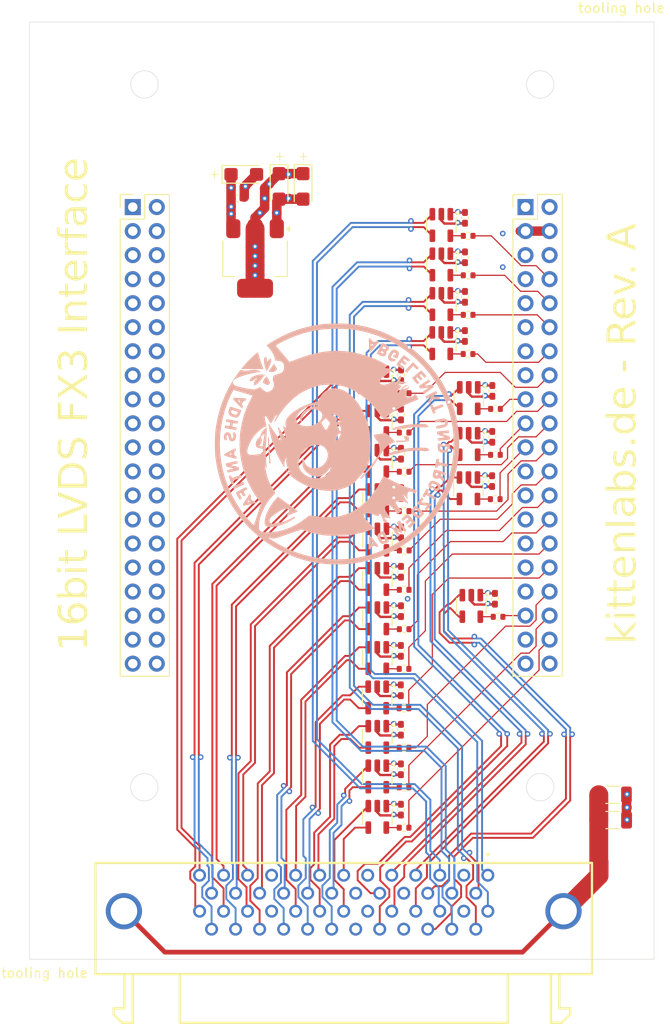
<source format=kicad_pcb>
(kicad_pcb (version 20240108) (generator "pcbnew") (generator_version "8.0")
  (layers (0 "F.Cu" signal) (1 "In1.Cu" signal) (2 "In2.Cu" signal) (31 "B.Cu" signal) (34 "B.Paste" user) (35 "F.Paste" user) (36 "B.SilkS" user "B.Silkscreen") (37 "F.SilkS" user "F.Silkscreen") (38 "B.Mask" user) (39 "F.Mask" user) (44 "Edge.Cuts" user))
  (net 0 "")
  (net 1 "+3V3")
  (net 2 "GND")
  (net 3 "Net-(C2-Pad1)")
  (net 4 "/VSYNC-")
  (net 5 "/VSYNC+")
  (net 6 "/DATA_VALID+")
  (net 7 "/OUT9+")
  (net 8 "/PIXCLK-")
  (net 9 "/OUT6-")
  (net 10 "/OUT12-")
  (net 11 "/OUT7+")
  (net 13 "/OUT0-")
  (net 15 "/OUT6+")
  (net 16 "/OUT0+")
  (net 17 "/PIXCLK+")
  (net 18 "/OUT4+")
  (net 19 "/OUT8+")
  (net 20 "/OUT2+")
  (net 21 "/OUT5+")
  (net 22 "/OUT13-")
  (net 23 "/OUT12+")
  (net 24 "/OUT11+")
  (net 25 "/OUT11-")
  (net 26 "/OUT3+")
  (net 27 "/OUT8-")
  (net 28 "/OUT13+")
  (net 29 "/OUT15-")
  (net 30 "/OUT10+")
  (net 31 "/OUT7-")
  (net 32 "/OUT1-")
  (net 33 "/OUT5-")
  (net 34 "/OUT3-")
  (net 35 "/OUT4-")
  (net 36 "/HSYNC-")
  (net 38 "/OUT10-")
  (net 39 "/OUT1+")
  (net 41 "/OUT14-")
  (net 42 "/HSYNC+")
  (net 43 "/DATA_VALID-")
  (net 44 "/OUT2-")
  (net 45 "/OUT15+")
  (net 46 "/OUT14+")
  (net 47 "/OUT9-")
  (net 48 "/OUT0")
  (net 49 "/OUT1")
  (net 50 "/OUT2")
  (net 51 "/OUT3")
  (net 52 "/OUT4")
  (net 53 "/OUT5")
  (net 54 "/OUT6")
  (net 55 "/OUT7")
  (net 56 "/OUT8")
  (net 57 "/OUT9")
  (net 58 "/OUT10")
  (net 59 "/OUT11")
  (net 60 "/OUT12")
  (net 61 "/OUT13")
  (net 62 "/OUT14")
  (net 63 "/OUT15")
  (net 64 "/HSYNC")
  (net 65 "/VSYNC")
  (net 66 "/DATA_VALID")
  (net 67 "/PIXCLK")
  (net 116 "+5V")
  (net 117 "Net-(U2-R)")
  (net 118 "Net-(U3-R)")
  (net 119 "Net-(U4-R)")
  (net 120 "Net-(U5-R)")
  (net 121 "Net-(U6-R)")
  (net 122 "Net-(U7-R)")
  (net 123 "Net-(U8-R)")
  (net 124 "Net-(U9-R)")
  (net 125 "Net-(U10-R)")
  (net 126 "Net-(U11-R)")
  (net 127 "Net-(U12-R)")
  (net 128 "Net-(U13-R)")
  (net 129 "Net-(U14-R)")
  (net 130 "Net-(U15-R)")
  (net 131 "Net-(U16-R)")
  (net 132 "Net-(U17-R)")
  (net 133 "Net-(U18-R)")
  (net 134 "Net-(U19-R)")
  (net 135 "Net-(U20-R)")
  (net 136 "Net-(U21-R)")
  (net 137 "/LVDSReceiver7/R")
  (net 138 "/LVDSReceiver7/A")
  (net 139 "/LVDSReceiver7/B")
  (footprint "Capacitor_Tantalum_SMD:CP_EIA-3216-10_Kemet-I" (layer "F.Cu") (at 81.0806 46.5832)
    (property "Reference" "C25" (hide yes))
    (property "Value" "10uF 16V")
  )
  (footprint "Capacitor_SMD:C_0402_1005Metric_Pad0.74x0.62mm_HandSolder" (layer "F.Cu") (at 97.7045 92.748001 -90)
    (property "Reference" "C7" (hide yes))
    (property "Value" "100n 16V" (hide yes))
  )
  (footprint "Package_TO_SOT_SMD:SOT-23-5" (layer "F.Cu") (at 95.194 97.7025 -90)
    (property "Reference" "U6" (hide yes))
    (property "Value" "SN65LVDT2DBV" (hide yes))
  )
  (footprint "Capacitor_SMD:C_0402_1005Metric_Pad0.74x0.62mm_HandSolder" (layer "F.Cu") (at 97.6936 105.282201 -90)
    (property "Reference" "C4" (hide yes))
    (property "Value" "100n 16V" (hide yes))
  )
  (footprint "Package_TO_SOT_SMD:SOT-23-5" (layer "F.Cu") (at 101.97 56.1025 -90)
    (property "Reference" "U16" (hide yes))
    (property "Value" "SN65LVDT2DBV" (hide yes))
  )
  (footprint "Capacitor_Tantalum_SMD:CP_EIA-3216-10_Kemet-I" (layer "F.Cu") (at 84.8106 47.8532 -90)
    (property "Reference" "C24" (hide yes))
    (property "Value" "10uF 16V")
  )
  (footprint "ToolingHole:ToolingHole_JLCSMT" (layer "F.Cu") (at 121 34)
    (property "Reference" "H1" (hide yes))
    (property "Value" "MountingHole")
  )
  (footprint "Capacitor_SMD:C_0402_1005Metric_Pad0.74x0.62mm_HandSolder" (layer "F.Cu") (at 97.6934 96.946001 -90)
    (property "Reference" "C6" (hide yes))
    (property "Value" "100n 16V" (hide yes))
  )
  (footprint "Capacitor_SMD:C_0402_1005Metric_Pad0.74x0.62mm_HandSolder" (layer "F.Cu") (at 107.354 74.323501 -90)
    (property "Reference" "C18" (hide yes))
    (property "Value" "100n 16V" (hide yes))
  )
  (footprint "Capacitor_SMD:C_0402_1005Metric_Pad0.74x0.62mm_HandSolder" (layer "F.Cu") (at 97.6946 109.462201 -90)
    (property "Reference" "C3" (hide yes))
    (property "Value" "100n 16V" (hide yes))
  )
  (footprint "Package_TO_SOT_SMD:SOT-23-5" (layer "F.Cu") (at 101.9607 64.4225 -90)
    (property "Reference" "U14" (hide yes))
    (property "Value" "SN65LVDT2DBV" (hide yes))
  )
  (footprint "Resistor_SMD:R_0402_1005Metric" (layer "F.Cu") (at 107.6842 76.2285)
    (property "Reference" "R18" (hide yes))
    (property "Value" "33R" (hide yes))
  )
  (footprint "Resistor_SMD:R_0402_1005Metric" (layer "F.Cu") (at 107.694 71.374)
    (property "Reference" "R20" (hide yes))
    (property "Value" "33R" (hide yes))
  )
  (footprint "Resistor_SMD:R_0402_1005Metric" (layer "F.Cu") (at 107.6656 80.91)
    (property "Reference" "R19" (hide yes))
    (property "Value" "33R" (hide yes))
  )
  (footprint "Package_TO_SOT_SMD:SOT-23-5" (layer "F.Cu") (at 101.97 51.9325 -90)
    (property "Reference" "U17" (hide yes))
    (property "Value" "SN65LVDT2DBV" (hide yes))
  )
  (footprint "Resistor_SMD:R_0402_1005Metric" (layer "F.Cu") (at 98.0325 73.869)
    (property "Reference" "R12" (hide yes))
    (property "Value" "33R" (hide yes))
  )
  (footprint "Connector_PinHeader_2.54mm:PinHeader_2x20_P2.54mm_Vertical" (layer "F.Cu") (at 110.87 50.038)
    (property "Reference" "J2" (hide yes))
    (property "Value" "GPIFII_J6")
  )
  (footprint "Package_TO_SOT_SMD:SOT-23-5" (layer "F.Cu") (at 95.2051 81.0245 -90)
    (property "Reference" "U10" (hide yes))
    (property "Value" "SN65LVDT2DBV" (hide yes))
  )
  (footprint "Resistor_SMD:R_0402_1005Metric" (layer "F.Cu") (at 98.0347 90.493)
    (property "Reference" "R8" (hide yes))
    (property "Value" "33R" (hide yes))
  )
  (footprint "Package_TO_SOT_SMD:SOT-23-5" (layer "F.Cu") (at 95.2129 68.5705 -90)
    (property "Reference" "U13" (hide yes))
    (property "Value" "SN65LVDT2DBV" (hide yes))
  )
  (footprint "Connector_PinHeader_2.54mm:PinHeader_2x20_P2.54mm_Vertical" (layer "F.Cu") (at 69.342 50.038)
    (property "Reference" "J1" (hide yes))
    (property "Value" "GPIFII_J7")
  )
  (footprint "Capacitor_SMD:C_0402_1005Metric_Pad0.74x0.62mm_HandSolder" (layer "F.Cu") (at 80.4331 49.1232)
    (property "Reference" "C22" (hide yes))
    (property "Value" "100n 16V")
  )
  (footprint "Capacitor_SMD:C_1206_3216Metric" (layer "F.Cu") (at 120.0765 114.82605)
    (property "Reference" "C2" (hide yes))
    (property "Value" "2kV 1nF")
  )
  (footprint "Package_TO_SOT_SMD:SOT-23-5" (layer "F.Cu") (at 95.1942 106.0387 -90)
    (property "Reference" "U4" (hide yes))
    (property "Value" "SN65LVDT2DBV" (hide yes))
  )
  (footprint "Resistor_SMD:R_0402_1005Metric" (layer "F.Cu") (at 98.0236 98.851)
    (property "Reference" "R6" (hide yes))
    (property "Value" "33R" (hide yes))
  )
  (footprint "Package_TO_SOT_SMD:SOT-23-5" (layer "F.Cu") (at 95.2051 89.3445 -90)
    (property "Reference" "U8" (hide yes))
    (property "Value" "SN65LVDT2DBV" (hide yes))
  )
  (footprint "Resistor_SMD:R_0402_1005Metric" (layer "F.Cu") (at 98.0347 82.173)
    (property "Reference" "R10" (hide yes))
    (property "Value" "33R" (hide yes))
  )
  (footprint "Package_TO_SOT_SMD:SOT-23-5" (layer "F.Cu") (at 105.1371 92.1965 -90)
    (property "Reference" "U21" (hide yes))
    (property "Value" "SN65LVDT2DBV" (hide yes))
  )
  (footprint "Capacitor_SMD:C_0402_1005Metric_Pad0.74x0.62mm_HandSolder" (layer "F.Cu") (at 97.6966 113.7294 -90)
    (property "Reference" "C1" (hide yes))
    (property "Value" "100n 16V" (hide yes))
  )
  (footprint "Resistor_SMD:R_0402_1005Metric" (layer "F.Cu") (at 98.0425 69.719)
    (property "Reference" "R13" (hide yes))
    (property "Value" "33R" (hide yes))
  )
  (footprint "Capacitor_SMD:C_0402_1005Metric_Pad0.74x0.62mm_HandSolder" (layer "F.Cu") (at 104.4694 59.526001 -90)
    (property "Reference" "C15" (hide yes))
    (property "Value" "100n 16V" (hide yes))
  )
  (footprint "Resistor_SMD:R_0402_1005Metric" (layer "F.Cu") (at 98.0336 78.011)
    (property "Reference" "R11" (hide yes))
    (property "Value" "33R" (hide yes))
  )
  (footprint "Package_TO_SOT_SMD:SOT-23-5" (layer "F.Cu") (at 95.184 101.8675 -90)
    (property "Reference" "U5" (hide yes))
    (property "Value" "SN65LVDT2DBV" (hide yes))
  )
  (footprint "ToolingHole:ToolingHole_JLCSMT" (layer "F.Cu") (at 62 126)
    (property "Reference" "H2" (hide yes))
    (property "Value" "MountingHole")
  )
  (footprint "16bit-lvds-fx3-framegrabber:DSUB-TH_5787082-5" (layer "F.Cu") (at 91.6432 123.51)
    (property "Reference" "U1" (hide yes))
    (property "Value" "5787082-5")
  )
  (footprint "Capacitor_SMD:C_0402_1005Metric_Pad0.74x0.62mm_HandSolder" (layer "F.Cu") (at 97.7134 84.426001 -90)
    (property "Reference" "C9" (hide yes))
    (property "Value" "100n 16V" (hide yes))
  )
  (footprint "Package_TO_SOT_SMD:SOT-223-3_TabPin2" (layer "F.Cu") (at 82.2706 55.4732 -90)
    (property "Reference" "U22" (hide yes))
    (property "Value" "AMS1117-3.3")
  )
  (footprint "Capacitor_SMD:C_0402_1005Metric_Pad0.74x0.62mm_HandSolder" (layer "F.Cu") (at 97.7045 88.588001 -90)
    (property "Reference" "C8" (hide yes))
    (property "Value" "100n 16V" (hide yes))
  )
  (footprint "Resistor_SMD:R_0402_1005Metric" (layer "F.Cu") (at 104.7996 53.081)
    (property "Reference" "R17" (hide yes))
    (property "Value" "33R" (hide yes))
  )
  (footprint "Resistor_SMD:R_0402_1005Metric" (layer "F.Cu") (at 107.9667 93.345)
    (property "Reference" "R21" (hide yes))
    (property "Value" "33R" (hide yes))
  )
  (footprint "Capacitor_SMD:C_0402_1005Metric_Pad0.74x0.62mm_HandSolder" (layer "F.Cu") (at 97.7123 67.814001 -90)
    (property "Reference" "C13" (hide yes))
    (property "Value" "100n 16V" (hide yes))
  )
  (footprint "Capacitor_SMD:C_0402_1005Metric_Pad0.74x0.62mm_HandSolder" (layer "F.Cu") (at 104.4694 51.176001 -90)
    (property "Reference" "C17" (hide yes))
    (property "Value" "100n 16V" (hide yes))
  )
  (footprint "Package_TO_SOT_SMD:SOT-23-5" (layer "F.Cu") (at 95.2051 93.5045 -90)
    (property "Reference" "U7" (hide yes))
    (property "Value" "SN65LVDT2DBV" (hide yes))
  )
  (footprint "Resistor_SMD:R_0402_1005Metric" (layer "F.Cu") (at 98.0136 103.016)
    (property "Reference" "R5" (hide yes))
    (property "Value" "33R" (hide yes))
  )
  (footprint "Resistor_SMD:R_1206_3216Metric" (layer "F.Cu") (at 120.0765 112.15905)
    (property "Reference" "R1" (hide yes))
    (property "Value" "100k")
  )
  (footprint "Capacitor_SMD:C_0402_1005Metric_Pad0.74x0.62mm_HandSolder" (layer "F.Cu") (at 104.4601 63.666001 -90)
    (property "Reference" "C14" (hide yes))
    (property "Value" "100n 16V" (hide yes))
  )
  (footprint "Capacitor_SMD:C_0402_1005Metric_Pad0.74x0.62mm_HandSolder" (layer "F.Cu") (at 104.4694 55.346001 -90)
    (property "Reference" "C16" (hide yes))
    (property "Value" "100n 16V" (hide yes))
  )
  (footprint "Capacitor_Tantalum_SMD:CP_EIA-3216-10_Kemet-I" (layer "F.Cu") (at 87.3506 47.8532 -90)
    (property "Reference" "C23" (hide yes))
    (property "Value" "10uF 16V")
  )
  (footprint "Package_TO_SOT_SMD:SOT-23-5" (layer "F.Cu") (at 95.1972 114.4859 -90)
    (property "Reference" "U2" (hide yes))
    (property "Value" "SN65LVDT2DBV" (hide yes))
  )
  (footprint "Resistor_SMD:R_0402_1005Metric" (layer "F.Cu") (at 104.7996 61.431)
    (property "Reference" "R15" (hide yes))
    (property "Value" "33R" (hide yes))
  )
  (footprint "Package_TO_SOT_SMD:SOT-23-5" (layer "F.Cu") (at 104.8546 75.08 -90)
    (property "Reference" "U18" (hide yes))
    (property "Value" "SN65LVDT2DBV" (hide yes))
  )
  (footprint "Resistor_SMD:R_0402_1005Metric" (layer "F.Cu") (at 98.0347 94.653)
    (property "Reference" "R7" (hide yes))
    (property "Value" "33R" (hide yes))
  )
  (footprint "Capacitor_SMD:C_0402_1005Metric_Pad0.74x0.62mm_HandSolder" (layer "F.Cu") (at 97.7034 76.106001 -90)
    (property "Reference" "C11" (hide yes))
    (property "Value" "100n 16V" (hide yes))
  )
  (footprint "Package_TO_SOT_SMD:SOT-23-5" (layer "F.Cu") (at 95.204 76.8625 -90)
    (property "Reference" "U11" (hide yes))
    (property "Value" "SN65LVDT2DBV" (hide yes))
  )
  (footprint "Capacitor_SMD:C_0402_1005Metric_Pad0.74x0.62mm_HandSolder" (layer "F.Cu") (at 107.3638 69.469001 -90)
    (property "Reference" "C20" (hide yes))
    (property "Value" "100n 16V" (hide yes))
  )
  (footprint "Resistor_SMD:R_0402_1005Metric" (layer "F.Cu") (at 98.0436 86.331)
    (property "Reference" "R9" (hide yes))
    (property "Value" "33R" (hide yes))
  )
  (footprint "Capacitor_SMD:C_0402_1005Metric_Pad0.74x0.62mm_HandSolder" (layer "F.Cu") (at 97.7023 71.964001 -90)
    (property "Reference" "C12" (hide yes))
    (property "Value" "100n 16V" (hide yes))
  )
  (footprint "Capacitor_SMD:C_0402_1005Metric_Pad0.74x0.62mm_HandSolder" (layer "F.Cu") (at 97.7045 80.268001 -90)
    (property "Reference" "C10" (hide yes))
    (property "Value" "100n 16V" (hide yes))
  )
  (footprint "Package_TO_SOT_SMD:SOT-23-5" (layer "F.Cu") (at 95.214 85.1825 -90)
    (property "Reference" "U9" (hide yes))
    (property "Value" "SN65LVDT2DBV" (hide yes))
  )
  (footprint "Capacitor_SMD:C_0402_1005Metric_Pad0.74x0.62mm_HandSolder" (layer "F.Cu") (at 107.3354 79.005001 -90)
    (property "Reference" "C19" (hide yes))
    (property "Value" "100n 16V" (hide yes))
  )
  (footprint "Resistor_SMD:R_0402_1005Metric" (layer "F.Cu") (at 104.7903 65.571)
    (property "Reference" "R14" (hide yes))
    (property "Value" "33R" (hide yes))
  )
  (footprint "Resistor_SMD:R_0402_1005Metric" (layer "F.Cu") (at 104.7996 57.251)
    (property "Reference" "R16" (hide yes))
    (property "Value" "33R" (hide yes))
  )
  (footprint "Resistor_SMD:R_0402_1005Metric" (layer "F.Cu") (at 98.0238 107.1872)
    (property "Reference" "R4" (hide yes))
    (property "Value" "33R" (hide yes))
  )
  (footprint "Resistor_SMD:R_0402_1005Metric" (layer "F.Cu") (at 98.0268 115.6344)
    (property "Reference" "R2" (hide yes))
    (property "Value" "33R" (hide yes))
  )
  (footprint "Package_TO_SOT_SMD:SOT-23-5" (layer "F.Cu") (at 95.1952 110.2187 -90)
    (property "Reference" "U3" (hide yes))
    (property "Value" "SN65LVDT2DBV" (hide yes))
  )
  (footprint "Package_TO_SOT_SMD:SOT-23-5" (layer "F.Cu") (at 104.836 79.7615 -90)
    (property "Reference" "U19" (hide yes))
    (property "Value" "SN65LVDT2DBV" (hide yes))
  )
  (footprint "Capacitor_SMD:C_0402_1005Metric_Pad0.74x0.62mm_HandSolder" (layer "F.Cu") (at 107.6365 91.440001 -90)
    (property "Reference" "C21" (hide yes))
    (property "Value" "100n 16V" (hide yes))
  )
  (footprint "Resistor_SMD:R_0402_1005Metric" (layer "F.Cu") (at 98.0248 111.3672)
    (property "Reference" "R3" (hide yes))
    (property "Value" "33R" (hide yes))
  )
  (footprint "Package_TO_SOT_SMD:SOT-23-5" (layer "F.Cu") (at 101.97 60.2825 -90)
    (property "Reference" "U15" (hide yes))
    (property "Value" "SN65LVDT2DBV" (hide yes))
  )
  (footprint "Package_TO_SOT_SMD:SOT-23-5" (layer "F.Cu") (at 104.8644 70.2255 -90)
    (property "Reference" "U20" (hide yes))
    (property "Value" "SN65LVDT2DBV" (hide yes))
  )
  (footprint "Package_TO_SOT_SMD:SOT-23-5" (layer "F.Cu") (at 95.2029 72.7205 -90)
    (property "Reference" "U12" (hide yes))
    (property "Value" "SN65LVDT2DBV" (hide yes))
  )
  (footprint "Capacitor_SMD:C_0402_1005Metric_Pad0.74x0.62mm_HandSolder" (layer "F.Cu") (at 97.6834 101.111001 -90)
    (property "Reference" "C5" (hide yes))
    (property "Value" "100n 16V" (hide yes))
  )
  (footprint "16bit-lvds-fx3-framegrabber:adhsantifa" (layer "B.Cu") (at 90.945582 75.076037 -90)
    (property "Reference" "G***")
    (property "Value" "LOGO" (hide yes))
  )
  (gr_rect (start 58.42 30.48) (end 124.46 129.54) (stroke (width 0.05)) (fill none) (layer "Edge.Cuts"))
  (gr_circle (center 112.4204 111.3536) (end 113.8704 111.3536) (stroke (width 0.05)) (fill none) (layer "Edge.Cuts"))
  (gr_circle (center 112.4204 37.084) (end 113.8704 37.084) (stroke (width 0.05)) (fill none) (layer "Edge.Cuts"))
  (gr_circle (center 70.575 37.075) (end 72.025 37.075) (stroke (width 0.05)) (fill none) (layer "Edge.Cuts"))
  (gr_circle (center 70.5612 111.3536) (end 72.0112 111.3536) (stroke (width 0.05)) (fill none) (layer "Edge.Cuts"))
  (gr_text "16bit LVDS FX3 Interface" (at 65 97 90) (layer "F.SilkS") (effects (font (size 3 3) (thickness 0.1)) (justify left bottom)))
  (gr_text "+" (at 86.7 45.2 0) (layer "F.SilkS") (effects (font (size 1 1) (thickness 0.1)) (justify left bottom)))
  (gr_text "+" (at 77.3 47.1 0) (layer "F.SilkS") (effects (font (size 1 1) (thickness 0.1)) (justify left bottom)))
  (gr_text "kittenlabs.de - Rev. A\n" (at 123 74 90) (layer "F.SilkS") (effects (font (size 3 3) (thickness 0.1)) (justify bottom)))
  (gr_text "+" (at 84.2 45.2 0) (layer "F.SilkS") (effects (font (size 1 1) (thickness 0.1)) (justify left bottom)))
  (segment (start 96.9889 100.5435) (end 96.9214 100.476) (width 0.25) (layer "F.Cu") (net 1))
  (segment (start 97.6946 108.8947) (end 97.0001 108.8947) (width 0.25) (layer "F.Cu") (net 1))
  (segment (start 96.3416 88.0205) (end 96.1551 88.207) (width 0.127) (layer "F.Cu") (net 1))
  (segment (start 96.3405 75.5385) (end 96.154 75.725) (width 0.127) (layer "F.Cu") (net 1))
  (segment (start 103.7749 58.9585) (end 103.7074 58.891) (width 0.25) (layer "F.Cu") (net 1))
  (segment (start 107.4233 68.961) (end 107.3638 68.9015) (width 0.25) (layer "F.Cu") (net 1))
  (segment (start 97.7429 100.603) (end 97.6834 100.5435) (width 0.25) (layer "F.Cu") (net 1))
  (segment (start 96.3494 67.2465) (end 96.1629 67.433) (width 0.127) (layer "F.Cu") (net 1))
  (segment (start 97.7134 83.8585) (end 96.3505 83.8585) (width 0.127) (layer "F.Cu") (net 1))
  (segment (start 97.7561 113.2214) (end 97.6966 113.1619) (width 0.25) (layer "F.Cu") (net 1))
  (segment (start 83.2866 49.1232) (end 83.2866 50.1392) (width 1) (layer "F.Cu") (net 1))
  (segment (start 106.942 90.8725) (end 106.8745 90.805) (width 0.25) (layer "F.Cu") (net 1))
  (segment (start 97.7541 108.9542) (end 97.6946 108.8947) (width 0.25) (layer "F.Cu") (net 1))
  (segment (start 96.9991 104.7147) (end 96.9316 104.6472) (width 0.25) (layer "F.Cu") (net 1))
  (segment (start 97.7045 79.7005) (end 97.01 79.7005) (width 0.25) (layer "F.Cu") (net 1))
  (segment (start 97.6834 100.5435) (end 96.3205 100.5435) (width 0.127) (layer "F.Cu") (net 1))
  (segment (start 104.4601 63.0985) (end 103.7656 63.0985) (width 0.25) (layer "F.Cu") (net 1))
  (segment (start 103.7749 50.6085) (end 103.7074 50.541) (width 0.25) (layer "F.Cu") (net 1))
  (segment (start 85.9066 46.5032) (end 85.8266 46.5832) (width 1) (layer "F.Cu") (net 1))
  (segment (start 104.4694 50.6085) (end 103.1065 50.6085) (width 0.127) (layer "F.Cu") (net 1))
  (segment (start 97.01 79.7005) (end 96.9425 79.633) (width 0.25) (layer "F.Cu") (net 1))
  (segment (start 97.01 88.0205) (end 96.9425 87.953) (width 0.25) (layer "F.Cu") (net 1))
  (segment (start 97.6934 96.3785) (end 96.3305 96.3785) (width 0.127) (layer "F.Cu") (net 1))
  (segment (start 106.6693 68.9015) (end 106.6018 68.834) (width 0.25) (layer "F.Cu") (net 1))
  (segment (start 97.764 79.76) (end 97.7045 79.7005) (width 0.25) (layer "F.Cu") (net 1))
  (segment (start 107.696 90.932) (end 107.6365 90.8725) (width 0.25) (layer "F.Cu") (net 1))
  (segment (start 107.354 73.756) (end 105.9911 73.756) (width 0.127) (layer "F.Cu") (net 1))
  (segment (start 97.7045 79.7005) (end 96.3416 79.7005) (width 0.127) (layer "F.Cu") (net 1))
  (segment (start 97.6934 96.3785) (end 96.9989 96.3785) (width 0.25) (layer "F.Cu") (net 1))
  (segment (start 103.0972 63.0985) (end 102.9107 63.285) (width 0.127) (layer "F.Cu") (net 1))
  (segment (start 105.9725 78.4375) (end 105.786 78.624) (width 0.127) (layer "F.Cu") (net 1))
  (segment (start 107.6365 90.8725) (end 106.2736 90.8725) (width 0.127) (layer "F.Cu") (net 1))
  (segment (start 104.4694 58.9585) (end 103.7749 58.9585) (width 0.25) (layer "F.Cu") (net 1))
  (segment (start 85.7466 46.5032) (end 84.8106 46.5032) (width 1) (layer "F.Cu") (net 1))
  (segment (start 103.1065 50.6085) (end 102.92 50.795) (width 0.127) (layer "F.Cu") (net 1))
  (segment (start 83.2866 48.0272) (end 83.2866 49.1232) (width 1) (layer "F.Cu") (net 1))
  (segment (start 97.0189 83.8585) (end 96.9514 83.791) (width 0.25) (layer "F.Cu") (net 1))
  (segment (start 97.0178 67.2465) (end 96.9503 67.179) (width 0.25) (layer "F.Cu") (net 1))
  (segment (start 97.6946 108.8947) (end 96.3317 108.8947) (width 0.127) (layer "F.Cu") (net 1))
  (segment (start 104.5196 63.158) (end 104.4601 63.0985) (width 0.25) (layer "F.Cu") (net 1))
  (segment (start 103.1065 58.9585) (end 102.92 59.145) (width 0.127) (layer "F.Cu") (net 1))
  (segment (start 103.7749 54.7785) (end 103.7074 54.711) (width 0.25) (layer "F.Cu") (net 1))
  (segment (start 97.7134 83.8585) (end 97.0189 83.8585) (width 0.25) (layer "F.Cu") (net 1))
  (segment (start 83.7946 47.5192) (end 83.7946 47.5992) (width 1) (layer "F.Cu") (net 1))
  (segment (start 96.3505 83.8585) (end 96.164 84.045) (width 0.127) (layer "F.Cu") (net 1))
  (segment (start 107.6365 90.8725) (end 106.942 90.8725) (width 0.25) (layer "F.Cu") (net 1))
  (segment (start 82.7786 50.6472) (end 83.2866 50.1392) (width 1) (layer "F.Cu") (net 1))
  (segment (start 104.5289 50.668) (end 104.4694 50.6085) (width 0.25) (layer "F.Cu") (net 1))
  (segment (start 97.7618 71.456) (end 97.7023 71.3965) (width 0.25) (layer "F.Cu") (net 1))
  (segment (start 103.7656 63.0985) (end 103.6981 63.031) (width 0.25) (layer "F.Cu") (net 1))
  (segment (start 97.6834 100.5435) (end 96.9889 100.5435) (width 0.25) (layer "F.Cu") (net 1))
  (segment (start 104.5289 59.018) (end 104.4694 58.9585) (width 0.25) (layer "F.Cu") (net 1))
  (segment (start 97.7729 83.918) (end 97.7134 83.8585) (width 0.25) (layer "F.Cu") (net 1))
  (segment (start 105.9911 73.756) (end 105.8046 73.9425) (width 0.127) (layer "F.Cu") (net 1))
  (segment (start 107.3949 78.497) (end 107.3354 78.4375) (width 0.25) (layer "F.Cu") (net 1))
  (segment (start 107.3638 68.9015) (end 106.0009 68.9015) (width 0.127) (layer "F.Cu") (net 1))
  (segment (start 97.0001 108.8947) (end 96.9326 108.8272) (width 0.25) (layer "F.Cu") (net 1))
  (segment (start 83.7946 47.5992) (end 83.7146 47.5992) (width 1) (layer "F.Cu") (net 1))
  (segment (start 97.0089 75.5385) (end 96.9414 75.471) (width 0.25) (layer "F.Cu") (net 1))
  (segment (start 97.7045 92.1805) (end 97.01 92.1805) (width 0.25) (layer "F.Cu") (net 1))
  (segment (start 83.7146 47.5992) (end 83.2866 48.0272) (width 1) (layer "F.Cu") (net 1))
  (segment (start 97.6936 104.7147) (end 96.3307 104.7147) (width 0.127) (layer "F.Cu") (net 1))
  (segment (start 97.7034 75.5385) (end 96.3405 75.5385) (width 0.127) (layer "F.Cu") (net 1))
  (segment (start 97.7123 67.2465) (end 96.3494 67.2465) (width 0.127) (layer "F.Cu") (net 1))
  (segment (start 97.7023 71.3965) (end 97.0078 71.3965) (width 0.25) (layer "F.Cu") (net 1))
  (segment (start 106.0009 68.9015) (end 105.8144 69.088) (width 0.127) (layer "F.Cu") (net 1))
  (segment (start 82.2706 52.3232) (end 82.2706 51.1552) (width 1) (layer "F.Cu") (net 1))
  (segment (start 97.7529 96.438) (end 97.6934 96.3785) (width 0.25) (layer "F.Cu") (net 1))
  (segment (start 104.4694 54.7785) (end 103.7749 54.7785) (width 0.25) (layer "F.Cu") (net 1))
  (segment (start 97.0078 71.3965) (end 96.9403 71.329) (width 0.25) (layer "F.Cu") (net 1))
  (segment (start 97.7123 67.2465) (end 97.0178 67.2465) (width 0.25) (layer "F.Cu") (net 1))
  (segment (start 97.764 88.08) (end 97.7045 88.0205) (width 0.25) (layer "F.Cu") (net 1))
  (segment (start 97.7045 88.0205) (end 96.3416 88.0205) (width 0.127) (layer "F.Cu") (net 1))
  (segment (start 97.7629 75.598) (end 97.7034 75.5385) (width 0.25) (layer "F.Cu") (net 1))
  (segment (start 106.2736 90.8725) (end 106.0871 91.059) (width 0.127) (layer "F.Cu") (net 1))
  (segment (start 82.2706 56.2352) (end 82.2706 55.2192) (width 2) (layer "F.Cu") (net 1))
  (segment (start 97.7045 88.0205) (end 97.01 88.0205) (width 0.25) (layer "F.Cu") (net 1))
  (segment (start 104.4694 50.6085) (end 103.7749 50.6085) (width 0.25) (layer "F.Cu") (net 1))
  (segment (start 96.3205 100.5435) (end 96.134 100.73) (width 0.127) (layer "F.Cu") (net 1))
  (segment (start 106.6595 73.756) (end 106.592 73.6885) (width 0.25) (layer "F.Cu") (net 1))
  (segment (start 97.6966 113.1619) (end 96.3337 113.1619) (width 0.127) (layer "F.Cu") (net 1))
  (segment (start 103.1065 54.7785) (end 102.92 54.965) (width 0.127) (layer "F.Cu") (net 1))
  (segment (start 85.8266 46.5832) (end 85.7466 46.5032) (width 1) (layer "F.Cu") (net 1))
  (segment (start 107.354 73.756) (end 106.6595 73.756) (width 0.25) (layer "F.Cu") (net 1))
  (segment (start 87.3506 46.5032) (end 85.9066 46.5032) (width 1) (layer "F.Cu") (net 1))
  (segment (start 96.3305 96.3785) (end 96.144 96.565) (width 0.127) (layer "F.Cu") (net 1))
  (segment (start 96.3416 79.7005) (end 96.1551 79.887) (width 0.127) (layer "F.Cu") (net 1))
  (segment (start 82.2706 54.2032) (end 82.2706 52.3232) (width 2) (layer "F.Cu") (net 1))
  (segment (start 97.7034 75.5385) (end 97.0089 75.5385) (width 0.25) (layer "F.Cu") (net 1))
  (segment (start 104.4601 63.0985) (end 103.0972 63.0985) (width 0.127) (layer "F.Cu") (net 1))
  (segment (start 82.2706 57.2512) (end 82.2706 56.2352) (width 2) (layer "F.Cu") (net 1))
  (segment (start 97.7718 67.306) (end 97.7123 67.2465) (width 0.25) (layer "F.Cu") (net 1))
  (segment (start 82.2706 55.2192) (end 82.2706 54.2032) (width 2) (layer "F.Cu") (net 1))
  (segment (start 104.4694 54.7785) (end 103.1065 54.7785) (width 0.127) (layer "F.Cu") (net 1))
  (segment (start 97.7531 104.7742) (end 97.6936 104.7147) (width 0.25) (layer "F.Cu") (net 1))
  (segment (start 96.3317 108.8947) (end 96.1452 109.0812) (width 0.127) (layer "F.Cu") (net 1))
  (segment (start 96.9989 96.3785) (end 96.9314 96.311) (width 0.25) (layer "F.Cu") (net 1))
  (segment (start 84.8106 46.5032) (end 83.7946 47.5192) (width 1) (layer "F.Cu") (net 1))
  (segment (start 96.3337 113.1619) (end 96.1472 113.3484) (width 0.127) (layer "F.Cu") (net 1))
  (segment (start 82.2706 58.6232) (end 82.2706 57.2512) (width 2) (layer "F.Cu") (net 1))
  (segment (start 106.6409 78.4375) (end 106.5734 78.37) (width 0.25) (layer "F.Cu") (net 1))
  (segment (start 96.3307 104.7147) (end 96.1442 104.9012) (width 0.127) (layer "F.Cu") (net 1))
  (segment (start 97.01 92.1805) (end 96.9425 92.113) (width 0.25) (layer "F.Cu") (net 1))
  (segment (start 82.2706 51.1552) (end 82.7786 50.6472) (width 1) (layer "F.Cu") (net 1))
  (segment (start 107.4135 73.8155) (end 107.354 73.756) (width 0.25) (layer "F.Cu") (net 1))
  (segment (start 96.3416 92.1805) (end 96.1551 92.367) (width 0.127) (layer "F.Cu") (net 1))
  (segment (start 107.3638 68.9015) (end 106.6693 68.9015) (width 0.25) (layer "F.Cu") (net 1))
  (segment (start 97.764 92.24) (end 97.7045 92.1805) (width 0.25) (layer "F.Cu") (net 1))
  (segment (start 97.6966 113.1619) (end 97.0021 113.1619) (width 0.25) (layer "F.Cu") (net 1))
  (segment (start 104.4694 58.9585) (end 103.1065 58.9585) (width 0.127) (layer "F.Cu") (net 1))
  (segment (start 97.6936 104.7147) (end 96.9991 104.7147) (width 0.25) (layer "F.Cu") (net 1))
  (segment (start 97.7023 71.3965) (end 96.3394 71.3965) (width 0.127) (layer "F.Cu") (net 1))
  (segment (start 96.3394 71.3965) (end 96.1529 71.583) (width 0.127) (layer "F.Cu") (net 1))
  (segment (start 104.5289 54.838) (end 104.4694 54.7785) (width 0.25) (layer "F.Cu") (net 1))
  (segment (start 97.0021 113.1619) (end 96.9346 113.0944) (width 0.25) (layer "F.Cu") (net 1))
  (segment (start 107.3354 78.4375) (end 105.9725 78.4375) (width 0.127) (layer "F.Cu") (net 1))
  (segment (start 107.3354 78.4375) (end 106.6409 78.4375) (width 0.25) (layer "F.Cu") (net 1))
  (segment (start 97.7045 92.1805) (end 96.3416 92.1805) (width 0.127) (layer "F.Cu") (net 1))
  (via (at 103.7074 54.711) (size 0.6) (drill 0.3) (layers "F.Cu" "B.Cu") (net 1))
  (via (at 106.592 73.6885) (size 0.6) (drill 0.3) (layers "F.Cu" "B.Cu") (net 1))
  (via (at 103.7074 50.541) (size 0.6) (drill 0.3) (layers "F.Cu" "B.Cu") (net 1))
  (via (at 82.7786 50.6472) (size 0.6) (drill 0.3) (layers "F.Cu" "B.Cu") (net 1))
  (via (at 82.2706 55.2192) (size 0.6) (drill 0.3) (layers "F.Cu" "B.Cu") (net 1))
  (via (at 96.9316 104.6472) (size 0.6) (drill 0.3) (layers "F.Cu" "B.Cu") (net 1))
  (via (at 82.2706 57.2512) (size 0.6) (drill 0.3) (layers "F.Cu" "B.Cu") (net 1))
  (via (at 106.8745 90.805) (size 0.6) (drill 0.3) (layers "F.Cu" "B.Cu") (net 1))
  (via (at 96.9214 100.476) (size 0.6) (drill 0.3) (layers "F.Cu" "B.Cu") (net 1))
  (via (at 85.8266 46.5832) (size 0.6) (drill 0.3) (layers "F.Cu" "B.Cu") (net 1))
  (via (at 103.7074 58.891) (size 0.6) (drill 0.3) (layers "F.Cu" "B.Cu") (net 1))
  (via (at 96.9425 79.633) (size 0.6) (drill 0.3) (layers "F.Cu" "B.Cu") (net 1))
  (via (at 96.9514 83.791) (size 0.6) (drill 0.3) (layers "F.Cu" "B.Cu") (net 1))
  (via (at 96.9414 75.471) (size 0.6) (drill 0.3) (layers "F.Cu" "B.Cu") (net 1))
  (via (at 106.5734 78.37) (size 0.6) (drill 0.3) (layers "F.Cu" "B.Cu") (net 1))
  (via (at 96.9425 87.953) (size 0.6) (drill 0.3) (layers "F.Cu" "B.Cu") (net 1))
  (via (at 96.9403 71.329) (size 0.6) (drill 0.3) (layers "F.Cu" "B.Cu") (net 1))
  (via (at 82.2706 56.2352) (size 0.6) (drill 0.3) (layers "F.Cu" "B.Cu") (net 1))
  (via (at 96.9314 96.311) (size 0.6) (drill 0.3) (layers "F.Cu" "B.Cu") (net 1))
  (via (at 96.9264 67.2084) (size 0.6) (drill 0.3) (layers "F.Cu" "B.Cu") (net 1))
  (via (at 103.6981 63.031) (size 0.6) (drill 0.3) (layers "F.Cu" "B.Cu") (net 1))
  (via (at 96.9346 113.0944) (size 0.6) (drill 0.3) (layers "F.Cu" "B.Cu") (net 1))
  (via (at 83.2866 49.1232) (size 0.6) (drill 0.3) (layers "F.Cu" "B.Cu") (net 1))
  (via (at 82.2706 54.2032) (size 0.6) (drill 0.3) (layers "F.Cu" "B.Cu") (net 1))
  (via (at 96.9425 92.113) (size 0.6) (drill 0.3) (layers "F.Cu" "B.Cu") (net 1))
  (via (at 96.9326 108.8272) (size 0.6) (drill 0.3) (layers "F.Cu" "B.Cu") (net 1))
  (via (at 83.7946 47.5992) (size 0.6) (drill 0.3) (layers "F.Cu" "B.Cu") (net 1))
  (via (at 106.6018 68.834) (size 0.6) (drill 0.3) (layers "F.Cu" "B.Cu") (net 1))
  (segment (start 96.9809 101.6785) (end 96.9214 101.619) (width 0.25) (layer "F.Cu") (net 2))
  (segment (start 97.83 93.19) (end 97.7045 93.3155) (width 0.25) (layer "F.Cu") (net 2))
  (segment (start 121.539 114.81355) (end 121.52545 114.8) (width 1) (layer "F.Cu") (net 2))
  (segment (start 84.8106 49.2032) (end 85.7466 49.2032) (width 1) (layer "F.Cu") (net 2))
  (segment (start 103.7669 51.7435) (end 103.7074 51.684) (width 0.25) (layer "F.Cu") (net 2))
  (segment (start 103.7669 60.0935) (end 103.7074 60.034) (width 0.25) (layer "F.Cu") (net 2))
  (segment (start 104.4304 55.9525) (end 102.295001 55.9525) (width 0.25) (layer "F.Cu") (net 2))
  (segment (start 107.3638 70.0365) (end 106.6613 70.0365) (width 0.25) (layer "F.Cu") (net 2))
  (segment (start 97.6934 97.5135) (end 97.6544 97.5525) (width 0.25) (layer "F.Cu") (net 2))
  (segment (start 104.4694 60.0935) (end 103.7669 60.0935) (width 0.25) (layer "F.Cu") (net 2))
  (segment (start 84.5706 50.6332) (end 84.5706 49.4432) (width 1) (layer "F.Cu") (net 2))
  (segment (start 107.4893 69.911) (end 107.3638 70.0365) (width 0.25) (layer "F.Cu") (net 2))
  (segment (start 81.1606 47.8532) (end 81.1331 47.8807) (width 1) (layer "F.Cu") (net 2))
  (segment (start 84.5706 50.6612) (end 84.5566 50.6472) (width 1) (layer "F.Cu") (net 2))
  (segment (start 97.0098 68.3815) (end 96.9503 68.322) (width 0.25) (layer "F.Cu") (net 2))
  (segment (start 97.8389 84.868) (end 97.7134 84.9935) (width 0.25) (layer "F.Cu") (net 2))
  (segment (start 95.519201 105.8887) (end 95.1942 105.563699) (width 0.25) (layer "F.Cu") (net 2))
  (segment (start 97.7123 68.3815) (end 97.6733 68.4205) (width 0.25) (layer "F.Cu") (net 2))
  (segment (start 81.2546 47.8532) (end 81.1606 47.8532) (width 1) (layer "F.Cu") (net 2))
  (segment (start 97.6655 93.3545) (end 95.530101 93.3545) (width 0.25) (layer "F.Cu") (net 2))
  (segment (start 105.189401 70.0755) (end 104.8644 69.750499) (width 0.25) (layer "F.Cu") (net 2))
  (segment (start 95.522201 114.3359) (end 95.1972 114.010899) (width 0.25) (layer "F.Cu") (net 2))
  (segment (start 84.5706 49.4432) (end 84.8106 49.2032) (width 1) (layer "F.Cu") (net 2))
  (segment (start 107.3638 70.0365) (end 107.3248 70.0755) (width 0.25) (layer "F.Cu") (net 2))
  (segment (start 104.4694 51.7435) (end 103.7669 51.7435) (width 0.25) (layer "F.Cu") (net 2))
  (segment (start 97.6936 105.8497) (end 97.6546 105.8887) (width 0.25) (layer "F.Cu") (net 2))
  (segment (start 97.7045 93.3155) (end 97.002 93.3155) (width 0.25) (layer "F.Cu") (net 2))
  (segment (start 95.2029 72.245499) (end 95.2029 71.583) (width 0.25) (layer "F.Cu") (net 2))
  (segment (start 95.214 84.707499) (end 95.214 84.045) (width 0.25) (layer "F.Cu") (net 2))
  (segment (start 97.6546 105.8887) (end 95.519201 105.8887) (width 0.25) (layer "F.Cu") (net 2))
  (segment (start 107.5975 92.0465) (end 105.462101 92.0465) (width 0.25) (layer "F.Cu") (net 2))
  (segment (start 97.7034 76.6735) (end 97.6644 76.7125) (width 0.25) (layer "F.Cu") (net 2))
  (segment (start 95.2129 68.095499) (end 95.2129 67.433) (width 0.25) (layer "F.Cu") (net 2))
  (segment (start 97.6936 105.8497) (end 96.9911 105.8497) (width 0.25) (layer "F.Cu") (net 2))
  (segment (start 97.8289 76.548) (end 97.7034 76.6735) (width 0.25) (layer "F.Cu") (net 2))
  (segment (start 95.527901 72.5705) (end 95.2029 72.245499) (width 0.25) (layer "F.Cu") (net 2))
  (segment (start 95.184 101.392499) (end 95.184 100.73) (width 0.25) (layer "F.Cu") (net 2))
  (segment (start 105.161001 79.6115) (end 104.836 79.286499) (width 0.25) (layer "F.Cu") (net 2))
  (segment (start 97.6444 101.7175) (end 95.509001 101.7175) (width 0.25) (layer "F.Cu") (net 2))
  (segment (start 95.530101 80.8745) (end 95.2051 80.549499) (width 0.25) (layer "F.Cu") (net 2))
  (segment (start 104.5949 51.618) (end 104.4694 51.7435) (width 0.25) (layer "F.Cu") (net 2))
  (segment (start 104.4304 60.1325) (end 102.295001 60.1325) (width 0.25) (layer "F.Cu") (net 2))
  (segment (start 97.7045 80.8355) (end 97.6655 80.8745) (width 0.25) (layer "F.Cu") (net 2))
  (segment (start 107.6365 92.0075) (end 107.5975 92.0465) (width 0.25) (layer "F.Cu") (net 2))
  (segment (start 97.7134 84.9935) (end 97.0109 84.9935) (width 0.25) (layer "F.Cu") (net 2))
  (segment (start 97.7045 89.1555) (end 97.6655 89.1945) (width 0.25) (layer "F.Cu") (net 2))
  (segment (start 84.5566 50.6472) (end 84.5706 50.6332) (width 1) (layer "F.Cu") (net 2))
  (segment (start 97.8278 72.406) (end 97.7023 72.5315) (width 0.25) (layer "F.Cu") (net 2))
  (segment (start 104.5949 55.788) (end 104.4694 55.9135) (width 0.25) (layer "F.Cu") (net 2))
  (segment (start 95.1952 109.743699) (end 95.1952 109.0812) (width 0.25) (layer "F.Cu") (net 2))
  (segment (start 96.9911 105.8497) (end 96.9316 105.7902) (width 0.25) (layer "F.Cu") (net 2))
  (segment (start 97.0109 84.9935) (end 96.9514 84.934) (width 0.25) (layer "F.Cu") (net 2))
  (segment (start 95.2051 80.549499) (end 95.2051 79.887) (width 0.25) (layer "F.Cu") (net 2))
  (segment (start 84.5706 52.3232) (end 84.5706 50.6612) (width 1) (layer "F.Cu") (net 2))
  (segment (start 97.7023 72.5315) (end 96.9998 72.5315) (width 0.25) (layer "F.Cu") (net 2))
  (segment (start 107.3248 70.0755) (end 105.189401 70.0755) (width 0.25) (layer "F.Cu") (net 2))
  (segment (start 104.8644 69.750499) (end 104.8644 69.088) (width 0.25) (layer "F.Cu") (net 2))
  (segment (start 85.8266 49.1232) (end 85.9066 49.2032) (width 1) (layer "F.Cu") (net 2))
  (segment (start 103.7669 55.9135) (end 103.7074 55.854) (width 0.25) (layer "F.Cu") (net 2))
  (segment (start 104.836 79.286499) (end 104.836 78.624) (width 0.25) (layer "F.Cu") (net 2))
  (segment (start 107.4795 74.7655) (end 107.354 74.891) (width 0.25) (layer "F.Cu") (net 2))
  (segment (start 101.9607 63.947499) (end 101.9607 63.285) (width 0.25) (layer "F.Cu") (net 2))
  (segment (start 82.4306 46.5832) (end 81.2546 47.7592) (width 1) (layer "F.Cu") (net 2))
  (segment (start 121.6 113.5) (end 121.539 113.561) (width 1) (layer "F.Cu") (net 2))
  (segment (start 97.7045 80.8355) (end 97.002 80.8355) (width 0.25) (layer "F.Cu") (net 2))
  (segment (start 104.4694 51.7435) (end 104.4304 51.7825) (width 0.25) (layer "F.Cu") (net 2))
  (segment (start 97.6946 110.0297) (end 96.9921 110.0297) (width 0.25) (layer "F.Cu") (net 2))
  (segment (start 97.6633 72.5705) (end 95.527901 72.5705) (width 0.25) (layer "F.Cu") (net 2))
  (segment (start 97.83 80.71) (end 97.7045 80.8355) (width 0.25) (layer "F.Cu") (net 2))
  (segment (start 106.6613 70.0365) (end 106.6018 69.977) (width 0.25) (layer "F.Cu") (net 2))
  (segment (start 104.5856 64.108) (end 104.4601 64.2335) (width 0.25) (layer "F.Cu") (net 2))
  (segment (start 97.6966 114.2969) (end 96.9941 114.2969) (width 0.25) (layer "F.Cu") (net 2))
  (segment (start 97.8089 101.553) (end 97.6834 101.6785) (width 0.25) (layer "F.Cu") (net 2))
  (segment (start 102.295001 60.1325) (end 101.97 59.807499) (width 0.25) (layer "F.Cu") (net 2))
  (segment (start 104.8546 74.604999) (end 104.8546 73.9425) (width 0.25) (layer "F.Cu") (net 2))
  (segment (start 107.3354 79.5725) (end 107.2964 79.6115) (width 0.25) (layer "F.Cu") (net 2))
  (segment (start 103.7576 64.2335) (end 103.6981 64.174) (width 0.25) (layer "F.Cu") (net 2))
  (segment (start 97.6644 76.7125) (end 95.529001 76.7125) (width 0.25) (layer "F.Cu") (net 2))
  (segment (start 104.4211 64.2725) (end 102.285701 64.2725) (width 0.25) (layer "F.Cu") (net 2))
  (segment (start 121.539 113.561) (end 121.539 114.81355) (width 1) (layer "F.Cu") (net 2))
  (segment (start 105.179601 74.93) (end 104.8546 74.604999) (width 0.25) (layer "F.Cu") (net 2))
  (segment (start 96.9921 110.0297) (end 96.9326 109.9702) (width 0.25) (layer "F.Cu") (net 2))
  (segment (start 95.1972 114.010899) (end 95.1972 113.3484) (width 0.25) (layer "F.Cu") (net 2))
  (segment (start 95.509001 101.7175) (end 95.184 101.392499) (width 0.25) (layer "F.Cu") (net 2))
  (segment (start 104.4304 51.7825) (end 102.295001 51.7825) (width 0.25) (layer "F.Cu") (net 2))
  (segment (start 95.537901 68.4205) (end 95.2129 68.095499) (width 0.25) (layer "F.Cu") (net 2))
  (segment (start 105.1371 91.721499) (end 105.1371 91.059) (width 0.25) (layer "F.Cu") (net 2))
  (segment (start 104.5949 59.968) (end 104.4694 60.0935) (width 0.25) (layer "F.Cu") (net 2))
  (segment (start 101.97 59.807499) (end 101.97 59.145) (width 0.25) (layer "F.Cu") (net 2))
  (segment (start 104.4694 55.9135) (end 103.7669 55.9135) (width 0.25) (layer "F.Cu") (net 2))
  (segment (start 97.8221 114.1714) (end 97.6966 114.2969) (width 0.25) (layer "F.Cu") (net 2))
  (segment (start 107.4609 79.447) (end 107.3354 79.5725) (width 0.25) (layer "F.Cu") (net 2))
  (segment (start 97.6556 110.0687) (end 95.520201 110.0687) (width 0.25) (layer "F.Cu") (net 2))
  (segment (start 104.4694 55.9135) (end 104.4304 55.9525) (width 0.25) (layer "F.Cu") (net 2))
  (segment (start 97.7134 84.9935) (end 97.6744 85.0325) (width 0.25) (layer "F.Cu") (net 2))
  (segment (start 97.6576 114.3359) (end 95.522201 114.3359) (width 0.25) (layer "F.Cu") (net 2))
  (segment (start 85.9066 49.2032) (end 87.3506 49.2032) (width 1) (layer "F.Cu") (net 2))
  (segment (start 95.529001 76.7125) (end 95.204 76.387499) (width 0.25) (layer "F.Cu") (net 2))
  (segment (start 121.6 112.1) (end 121.539 113.439) (width 1) (layer "F.Cu") (net 2))
  (segment (start 95.519001 97.5525) (end 95.194 97.227499) (width 0.25) (layer "F.Cu") (net 2))
  (segment (start 97.7023 72.5315) (end 97.6633 72.5705) (width 0.25) (layer "F.Cu") (net 2))
  (segment (start 97.7045 93.3155) (end 97.6655 93.3545) (width 0.25) (layer "F.Cu") (net 2))
  (segment (start 97.6744 85.0325) (end 95.539001 85.0325) (width 0.25) (layer "F.Cu") (net 2))
  (segment (start 97.6655 80.8745) (end 95.530101 80.8745) (width 0.25) (layer "F.Cu") (net 2))
  (segment (start 102.295001 55.9525) (end 101.97 55.627499) (width 0.25) (layer "F.Cu") (net 2))
  (segment (start 107.3354 79.5725) (end 106.6329 79.5725) (width 0.25) (layer "F.Cu") (net 2))
  (segment (start 121.539 112.15905) (end 121.6 112.1) (width 1) (layer "F.Cu") (net 2))
  (segment (start 97.002 89.1555) (end 96.9425 89.096) (width 0.25) (layer "F.Cu") (net 2))
  (segment (start 96.9909 97.5135) (end 96.9314 97.454) (width 0.25) (layer "F.Cu") (net 2))
  (segment (start 107.762 91.882) (end 107.6365 92.0075) (width 0.25) (layer "F.Cu") (net 2))
  (segment (start 81.1331 47.8807) (end 81.1331 48.9907) (width 1) (layer "F.Cu") (net 2))
  (segment (start 97.002 93.3155) (end 96.9425 93.256) (width 0.25) (layer "F.Cu") (net 2))
  (segment (start 97.6934 97.5135) (end 96.9909 97.5135) (width 0.25) (layer "F.Cu") (net 2))
  (segment (start 95.1942 105.563699) (end 95.1942 104.9012) (width 0.25) (layer "F.Cu") (net 2))
  (segment (start 101.97 51.457499) (end 101.97 50.795) (width 0.25) (layer "F.Cu") (net 2))
  (segment (start 97.6946 110.0297) (end 97.6556 110.0687) (width 0.25) (layer "F.Cu") (net 2))
  (segment (start 97.6834 101.6785) (end 96.9809 101.6785) (width 0.25) (layer "F.Cu") (net 2))
  (segment (start 121.539 113.439) (end 121.6 113.5) (width 1) (layer "F.Cu") (net 2))
  (segment (start 121.6 114.8) (end 121.6 114.87455) (width 1) (layer "F.Cu") (net 2))
  (segment (start 95.204 76.387499) (end 95.204 75.725) (width 0.25) (layer "F.Cu") (net 2))
  (segment (start 95.530101 93.3545) (end 95.2051 93.029499) (width 0.25) (layer "F.Cu") (net 2))
  (segment (start 95.194 97.227499) (end 95.194 96.565) (width 0.25) (layer "F.Cu") (net 2))
  (segment (start 107.354 74.891) (end 107.315 74.93) (width 0.25) (layer "F.Cu") (net 2))
  (segment (start 97.6544 97.5525) (end 95.519001 97.5525) (width 0.25) (layer "F.Cu") (net 2))
  (segment (start 97.6733 68.4205) (end 95.537901 68.4205) (width 0.25) (layer "F.Cu") (net 2))
  (segment (start 97.7045 89.1555) (end 97.002 89.1555) (width 0.25) (layer "F.Cu") (net 2))
  (segment (start 104.4601 64.2335) (end 104.4211 64.2725) (width 0.25) (layer "F.Cu") (net 2))
  (segment (start 97.83 89.03) (end 97.7045 89.1555) (width 0.25) (layer "F.Cu") (net 2))
  (segment (start 97.8189 97.388) (end 97.6934 97.5135) (width 0.25) (layer "F.Cu") (net 2))
  (segment (start 97.0009 76.6735) (end 96.9414 76.614) (width 0.25) (layer "F.Cu") (net 2))
  (segment (start 85.7466 49.2032) (end 85.8266 49.1232) (width 1) (layer "F.Cu") (net 2))
  (segment (start 102.295001 51.7825) (end 101.97 51.457499) (width 0.25) (layer "F.Cu") (net 2))
  (segment (start 105.462101 92.0465) (end 105.1371 91.721499) (width 0.25) (layer "F.Cu") (net 2))
  (segment (start 106.6329 79.5725) (end 106.5734 79.513) (width 0.25) (layer "F.Cu") (net 2))
  (segment (start 106.934 92.0075) (end 106.8745 91.948) (width 0.25) (layer "F.Cu") (net 2))
  (segment (start 106.6515 74.891) (end 106.592 74.8315) (width 0.25) (layer "F.Cu") (net 2))
  (segment (start 97.8191 105.7242) (end 97.6936 105.8497) (width 0.25) (layer "F.Cu") (net 2))
  (segment (start 97.8378 68.256) (end 97.7123 68.3815) (width 0.25) (layer "F.Cu") (net 2))
  (segment (start 95.520201 110.0687) (end 95.1952 109.743699) (width 0.25) (layer "F.Cu") (net 2))
  (segment (start 97.7123 68.3815) (end 97.0098 68.3815) (width 0.25) (layer "F.Cu") (net 2))
  (segment (start 95.539001 85.0325) (end 95.214 84.707499) (width 0.25) (layer "F.Cu") (net 2))
  (segment (start 107.2964 79.6115) (end 105.161001 79.6115) (width 0.25) (layer "F.Cu") (net 2))
  (segment (start 95.2051 93.029499) (end 95.2051 92.367) (width 0.25) (layer "F.Cu") (net 2))
  (segment (start 81.2546 47.7592) (end 81.2546 47.8532) (width 1) (layer "F.Cu") (net 2))
  (segment (start 97.6966 114.2969) (end 97.6576 114.3359) (width 0.25) (layer "F.Cu") (net 2))
  (segment (start 121.52545 114.8) (end 121.6 114.8) (width 1) (layer "F.Cu") (net 2))
  (segment (start 97.002 80.8355) (end 96.9425 80.776) (width 0.25) (layer "F.Cu") (net 2))
  (segment (start 107.315 74.93) (end 105.179601 74.93) (width 0.25) (layer "F.Cu") (net 2))
  (segment (start 96.9998 72.5315) (end 96.9403 72.472) (width 0.25) (layer "F.Cu") (net 2))
  (segment (start 107.6365 92.0075) (end 106.934 92.0075) (width 0.25) (layer "F.Cu") (net 2))
  (segment (start 107.354 74.891) (end 106.6515 74.891) (width 0.25) (layer "F.Cu") (net 2))
  (segment (start 97.6834 101.6785) (end 97.6444 101.7175) (width 0.25) (layer "F.Cu") (net 2))
  (segment (start 104.4694 60.0935) (end 104.4304 60.1325) (width 0.25) (layer "F.Cu") (net 2))
  (segment (start 97.6655 89.1945) (end 95.530101 89.1945) (width 0.25) (layer "F.Cu") (net 2))
  (segment (start 96.9941 114.2969) (end 96.9346 114.2374) (width 0.25) (layer "F.Cu") (net 2))
  (segment (start 97.8201 109.9042) (end 97.6946 110.0297) (width 0.25) (layer "F.Cu") (net 2))
  (segment (start 95.530101 89.1945) (end 95.2051 88.869499) (width 0.25) (layer "F.Cu") (net 2))
  (segment (start 95.2051 88.869499) (end 95.2051 88.207) (width 0.25) (layer "F.Cu") (net 2))
  (segment (start 97.7034 76.6735) (end 97.0009 76.6735) (width 0.25) (layer "F.Cu") (net 2))
  (segment (start 104.4601 64.2335) (end 103.7576 64.2335) (width 0.25) (layer "F.Cu") (net 2))
  (segment (start 101.97 55.627499) (end 101.97 54.965) (width 0.25) (layer "F.Cu") (net 2))
  (segment (start 102.285701 64.2725) (end 101.9607 63.947499) (width 0.25) (layer "F.Cu") (net 2))
  (segment (start 121.6 114.87455) (end 121.5515 114.82605) (width 1) (layer "F.Cu") (net 2))
  (via (at 121.6 112.1) (size 0.6) (drill 0.3) (layers "F.Cu" "B.Cu") (net 2))
  (via (at 96.9316 105.7902) (size 0.6) (drill 0.3) (layers "F.Cu" "B.Cu") (net 2))
  (via (at 106.592 74.8315) (size 0.6) (drill 0.3) (layers "F.Cu" "B.Cu") (net 2))
  (via (at 96.9425 93.256) (size 0.6) (drill 0.3) (layers "F.Cu" "B.Cu") (net 2))
  (via (at 96.9346 114.2374) (size 0.6) (drill 0.3) (layers "F.Cu" "B.Cu") (net 2))
  (via (at 106.5734 79.513) (size 0.6) (drill 0.3) (layers "F.Cu" "B.Cu") (net 2))
  (via (at 103.7074 60.034) (size 0.6) (drill 0.3) (layers "F.Cu" "B.Cu") (net 2))
  (via (at 96.9414 76.614) (size 0.6) (drill 0.3) (layers "F.Cu" "B.Cu") (net 2))
  (via (at 81.2546 47.8532) (size 0.6) (drill 0.3) (layers "F.Cu" "B.Cu") (net 2))
  (via (at 96.9214 101.619) (size 0.6) (drill 0.3) (layers "F.Cu" "B.Cu") (net 2))
  (via (at 106.8745 91.948) (size 0.6) (drill 0.3) (layers "F.Cu" "B.Cu") (net 2))
  (via (at 103.7074 51.684) (size 0.6) (drill 0.3) (layers "F.Cu" "B.Cu") (net 2))
  (via (at 121.6 113.5) (size 0.6) (drill 0.3) (layers "F.Cu" "B.Cu") (net 2))
  (via (at 96.9425 80.776) (size 0.6) (drill 0.3) (layers "F.Cu" "B.Cu") (net 2))
  (via (at 96.9425 89.096) (size 0.6) (drill 0.3) (layers "F.Cu" "B.Cu") (net 2))
  (via (at 84.5566 50.6472) (size 0.6) (drill 0.3) (layers "F.Cu" "B.Cu") (net 2))
  (via (at 96.9314 97.454) (size 0.6) (drill 0.3) (layers "F.Cu" "B.Cu") (net 2))
  (via (at 85.8266 49.1232) (size 0.6) (drill 0.3) (layers "F.Cu" "B.Cu") (net 2))
  (via (at 108.458 56.388) (size 0.6) (drill 0.3) (layers "F.Cu" "B.Cu") (net 2))
  (via (at 96.9514 84.934) (size 0.6) (drill 0.3) (layers "F.Cu" "B.Cu") (net 2))
  (via (at 103.6981 64.174) (size 0.6) (drill 0.3) (layers "F.Cu" "B.Cu") (net 2))
  (via (at 98.4 91.44) (size 0.6) (drill 0.3) (layers "F.Cu" "B.Cu") (net 2))
  (via (at 96.9503 68.322) (size 0.6) (drill 0.3) (layers "F.Cu" "B.Cu") (net 2))
  (via (at 106.6018 69.977) (size 0.6) (drill 0.3) (layers "F.Cu" "B.Cu") (net 2))
  (via (at 108.458 52.832) (size 0.6) (drill 0.3) (layers "F.Cu" "B.Cu") (net 2))
  (via (at 121.6 114.8) (size 0.6) (drill 0.3) (layers "F.Cu" "B.Cu") (net 2))
  (via (at 96.9326 109.9702) (size 0.6) (drill 0.3) (layers "F.Cu" "B.Cu") (net 2))
  (via (at 103.7074 55.854) (size 0.6) (drill 0.3) (layers "F.Cu" "B.Cu") (net 2))
  (via (at 96.9403 72.472) (size 0.6) (drill 0.3) (layers "F.Cu" "B.Cu") (net 2))
  (segment (start 118.614 119.2744) (end 118.614 112.15905) (width 2) (layer "F.Cu") (net 3))
  (segment (start 118.6434 119.3038) (end 118.614 119.2744) (width 2) (layer "F.Cu") (net 3))
  (segment (start 72.7332 128.79) (end 110.4138 128.79) (width 0.5) (layer "F.Cu") (net 3))
  (segment (start 110.5532 128.79) (end 110.4138 128.79) (width 0.5) (layer "F.Cu") (net 3))
  (segment (start 68.4032 124.46) (end 72.7332 128.79) (width 0.5) (layer "F.Cu") (net 3))
  (segment (start 114.8832 124.46) (end 110.5532 128.79) (width 0.5) (layer "F.Cu") (net 3))
  (segment (start 118.6434 120.6998) (end 118.6434 119.3038) (width 2) (layer "F.Cu") (net 3))
  (segment (start 118.614 114.81355) (end 118.6015 114.82605) (width 2) (layer "F.Cu") (net 3))
  (segment (start 118.614 112.15905) (end 118.614 114.81355) (width 2) (layer "F.Cu") (net 3))
  (segment (start 114.8832 124.46) (end 118.6434 120.6998) (width 2) (layer "F.Cu") (net 3))
  (segment (start 97.0092 121.888) (end 98.044 120.8532) (width 0.2) (layer "F.Cu") (net 4))
  (segment (start 96.7232 124.46) (end 97.0092 124.174) (width 0.2) (layer "F.Cu") (net 4))
  (segment (start 101.595721 80.180078) (end 101.595721 80.462921) (width 0.2) (layer "F.Cu") (net 4))
  (segment (start 101.789299 79.9865) (end 101.595721 80.180078) (width 0.2) (layer "F.Cu") (net 4))
  (segment (start 103.886 80.899) (end 102.892249 80.899) (width 0.2) (layer "F.Cu") (net 4))
  (segment (start 102.892249 80.899) (end 101.979749 79.9865) (width 0.2) (layer "F.Cu") (net 4))
  (segment (start 98.044 120.8532) (end 98.044 119.6728) (width 0.2) (layer "F.Cu") (net 4))
  (segment (start 110.887842 105.929419) (end 111.087841 105.72942) (width 0.2) (layer "F.Cu") (net 4))
  (segment (start 110.887842 106.828958) (end 110.887842 105.929419) (width 0.2) (layer "F.Cu") (net 4))
  (segment (start 101.979749 79.9865) (end 101.789299 79.9865) (width 0.2) (layer "F.Cu") (net 4))
  (segment (start 98.044 119.6728) (end 110.887842 106.828958) (width 0.2) (layer "F.Cu") (net 4))
  (segment (start 97.0092 124.174) (end 97.0092 121.888) (width 0.2) (layer "F.Cu") (net 4))
  (via (at 101.595721 80.462921) (size 0.6) (drill 0.3) (layers "F.Cu" "B.Cu") (net 4))
  (via (at 111.087841 105.72942) (size 0.6) (drill 0.3) (layers "F.Cu" "B.Cu") (net 4))
  (segment (start 110.887842 105.529421) (end 111.087841 105.72942) (width 0.2) (layer "B.Cu") (net 4))
  (segment (start 101.595721 80.462921) (end 101.312878 80.462921) (width 0.2) (layer "B.Cu") (net 4))
  (segment (start 101.312878 80.462921) (end 101.2662 80.509599) (width 0.2) (layer "B.Cu") (net 4))
  (segment (start 101.2662 80.509599) (end 101.2662 95.7156) (width 0.2) (layer "B.Cu") (net 4))
  (segment (start 110.887842 105.337242) (end 110.887842 105.529421) (width 0.2) (layer "B.Cu") (net 4))
  (segment (start 101.2662 95.7156) (end 110.887842 105.337242) (width 0.2) (layer "B.Cu") (net 4))
  (segment (start 101.602901 79.5365) (end 101.277522 79.861879) (width 0.2) (layer "F.Cu") (net 5))
  (segment (start 102.892249 78.624) (end 101.979749 79.5365) (width 0.2) (layer "F.Cu") (net 5))
  (segment (start 96.7232 120.3572) (end 96.7232 120.66) (width 0.2) (layer "F.Cu") (net 5))
  (segment (start 110.43784 106.64256) (end 96.7232 120.3572) (width 0.2) (layer "F.Cu") (net 5))
  (segment (start 101.979749 79.5365) (end 101.602901 79.5365) (width 0.2) (layer "F.Cu") (net 5))
  (segment (start 110.237841 105.72942) (end 110.43784 105.929419) (width 0.2) (layer "F.Cu") (net 5))
  (segment (start 103.886 78.624) (end 102.892249 78.624) (width 0.2) (layer "F.Cu") (net 5))
  (segment (start 110.43784 105.929419) (end 110.43784 106.64256) (width 0.2) (layer "F.Cu") (net 5))
  (segment (start 101.277522 79.861879) (end 100.994679 79.861879) (width 0.2) (layer "F.Cu") (net 5))
  (via (at 100.994679 79.861879) (size 0.6) (drill 0.3) (layers "F.Cu" "B.Cu") (net 5))
  (via (at 110.237841 105.72942) (size 0.6) (drill 0.3) (layers "F.Cu" "B.Cu") (net 5))
  (segment (start 100.8162 95.902) (end 110.43784 105.52364) (width 0.2) (layer "B.Cu") (net 5))
  (segment (start 100.8162 80.323201) (end 100.8162 95.902) (width 0.2) (layer "B.Cu") (net 5))
  (segment (start 100.994679 79.861879) (end 100.994679 80.144722) (width 0.2) (layer "B.Cu") (net 5))
  (segment (start 110.43784 105.52364) (end 110.43784 105.529421) (width 0.2) (layer "B.Cu") (net 5))
  (segment (start 110.43784 105.529421) (end 110.237841 105.72942) (width 0.2) (layer "B.Cu") (net 5))
  (segment (start 100.994679 80.144722) (end 100.8162 80.323201) (width 0.2) (layer "B.Cu") (net 5))
  (segment (start 102.967998 70.000499) (end 102.767999 69.8005) (width 0.2) (layer "F.Cu") (net 6))
  (segment (start 98.679435 116.615) (end 98.0912 116.615) (width 0.2) (layer "F.Cu") (net 6))
  (segment (start 103.9144 69.088) (end 103.001901 70.000499) (width 0.2) (layer "F.Cu") (net 6))
  (segment (start 108.283799 107.010636) (end 98.679435 116.615) (width 0.2) (layer "F.Cu") (net 6))
  (segment (start 93.8784 119.4562) (end 93.1164 120.2182) (width 0.2) (layer "F.Cu") (net 6))
  (segment (start 93.1164 121.190522) (end 94.485878 122.56) (width 0.2) (layer "F.Cu") (net 6))
  (segment (start 98.0912 116.615) (end 95.25 119.4562) (width 0.2) (layer "F.Cu") (net 6))
  (segment (start 94.485878 122.56) (end 95.4532 122.56) (width 0.2) (layer "F.Cu") (net 6))
  (segment (start 108.283799 105.914799) (end 108.283799 107.010636) (width 0.2) (layer "F.Cu") (net 6))
  (segment (start 95.25 119.4562) (end 93.8784 119.4562) (width 0.2) (layer "F.Cu") (net 6))
  (segment (start 93.1164 120.2182) (end 93.1164 121.190522) (width 0.2) (layer "F.Cu") (net 6))
  (segment (start 108.0838 105.7148) (end 108.283799 105.914799) (width 0.2) (layer "F.Cu") (net 6))
  (segment (start 103.001901 70.000499) (end 102.967998 70.000499) (width 0.2) (layer "F.Cu") (net 6))
  (via (at 102.767999 69.8005) (size 0.6) (drill 0.3) (layers "F.Cu" "B.Cu") (net 6))
  (via (at 108.0838 105.7148) (size 0.6) (drill 0.3) (layers "F.Cu" "B.Cu") (net 6))
  (segment (start 101.029701 70.000499) (end 99.089 71.9412) (width 0.2) (layer "B.Cu") (net 6))
  (segment (start 108.0838 105.501197) (end 108.0838 105.7148) (width 0.2) (layer "B.Cu") (net 6))
  (segment (start 99.089 71.9412) (end 99.089 96.506397) (width 0.2) (layer "B.Cu") (net 6))
  (segment (start 99.089 96.506397) (end 108.0838 105.501197) (width 0.2) (layer "B.Cu") (net 6))
  (segment (start 102.767999 69.8005) (end 102.568 70.000499) (width 0.2) (layer "B.Cu") (net 6))
  (segment (start 102.568 70.000499) (end 101.029701 70.000499) (width 0.2) (layer "B.Cu") (net 6))
  (segment (start 78.9432 122.051587) (end 78.9432 124.46) (width 0.2) (layer "F.Cu") (net 7))
  (segment (start 94.254 75.725) (end 93.260249 75.725) (width 0.2) (layer "F.Cu") (net 7))
  (segment (start 90.9891 76.6375) (end 77.753 89.8736) (width 0.2) (layer "F.Cu") (net 7))
  (segment (start 77.753 89.8736) (end 77.753 120.861387) (width 0.2) (layer "F.Cu") (net 7))
  (segment (start 93.260249 75.725) (end 92.347749 76.6375) (width 0.2) (layer "F.Cu") (net 7))
  (segment (start 77.753 120.861387) (end 78.9432 122.051587) (width 0.2) (layer "F.Cu") (net 7))
  (segment (start 92.347749 76.6375) (end 90.9891 76.6375) (width 0.2) (layer "F.Cu") (net 7))
  (segment (start 115.591801 112.767599) (end 115.591801 105.965599) (width 0.2) (layer "F.Cu") (net 8))
  (segment (start 102.9121 92.4215) (end 102.8671 92.4215) (width 0.2) (layer "F.Cu") (net 8))
  (segment (start 102.8671 92.4215) (end 102.2314 93.0572) (width 0.2) (layer "F.Cu") (net 8))
  (segment (start 100.5332 126.36) (end 101.3256 126.36) (width 0.2) (layer "F.Cu") (net 8))
  (segment (start 102.2314 94.852) (end 103.013999 95.634599) (width 0.2) (layer "F.Cu") (net 8))
  (segment (start 103.3339 118.6755) (end 105.3 116.7094) (width 0.2) (layer "F.Cu") (net 8))
  (segment (start 103.8246 93.334) (end 102.9121 92.4215) (width 0.2) (layer "F.Cu") (net 8))
  (segment (start 103.013999 95.634599) (end 105.260801 95.634599) (width 0.2) (layer "F.Cu") (net 8))
  (segment (start 103.3339 121.042287) (end 103.3339 118.6755) (width 0.2) (layer "F.Cu") (net 8))
  (segment (start 111.65 116.7094) (end 115.591801 112.767599) (width 0.2) (layer "F.Cu") (net 8))
  (segment (start 101.3256 126.36) (end 103.0224 124.6632) (width 0.2) (layer "F.Cu") (net 8))
  (segment (start 103.0224 124.0028) (end 104.0572 122.968) (width 0.2) (layer "F.Cu") (net 8))
  (segment (start 104.0572 121.765587) (end 103.3339 121.042287) (width 0.2) (layer "F.Cu") (net 8))
  (segment (start 104.0572 122.968) (end 104.0572 121.765587) (width 0.2) (layer "F.Cu") (net 8))
  (segment (start 115.591801 105.965599) (end 115.7918 105.7656) (width 0.2) (layer "F.Cu") (net 8))
  (segment (start 102.2314 93.0572) (end 102.2314 94.852) (width 0.2) (layer "F.Cu") (net 8))
  (segment (start 104.1871 93.334) (end 103.8246 93.334) (width 0.2) (layer "F.Cu") (net 8))
  (segment (start 105.3 116.7094) (end 111.65 116.7094) (width 0.2) (layer "F.Cu") (net 8))
  (segment (start 105.260801 95.634599) (end 105.4608 95.4346) (width 0.2) (layer "F.Cu") (net 8))
  (segment (start 103.0224 124.6632) (end 103.0224 124.0028) (width 0.2) (layer "F.Cu") (net 8))
  (via (at 105.4608 95.4346) (size 0.6) (drill 0.3) (layers "F.Cu" "B.Cu") (net 8))
  (via (at 115.7918 105.7656) (size 0.6) (drill 0.3) (layers "F.Cu" "B.Cu") (net 8))
  (segment (start 106.163599 95.634599) (end 115.591801 105.062801) (width 0.2) (layer "B.Cu") (net 8))
  (segment (start 115.591801 105.565601) (end 115.7918 105.7656) (width 0.2) (layer "B.Cu") (net 8))
  (segment (start 115.591801 105.062801) (end 115.591801 105.565601) (width 0.2) (layer "B.Cu") (net 8))
  (segment (start 105.660799 95.634599) (end 106.163599 95.634599) (width 0.2) (layer "B.Cu") (net 8))
  (segment (start 105.4608 95.4346) (end 105.660799 95.634599) (width 0.2) (layer "B.Cu") (net 8))
  (segment (start 94.2551 90.482) (end 93.261349 90.482) (width 0.2) (layer "F.Cu") (net 9))
  (segment (start 84.2736 109.872) (end 83.0036 111.142) (width 0.2) (layer "F.Cu") (net 9))
  (segment (start 83.0036 122.3096) (end 82.7532 122.56) (width 0.2) (layer "F.Cu") (net 9))
  (segment (start 84.2736 96.6132) (end 84.2736 109.872) (width 0.2) (layer "F.Cu") (net 9))
  (segment (start 93.261349 90.482) (end 92.348849 89.5695) (width 0.2) (layer "F.Cu") (net 9))
  (segment (start 83.0036 111.142) (end 83.0036 122.3096) (width 0.2) (layer "F.Cu") (net 9))
  (segment (start 91.3173 89.5695) (end 84.2736 96.6132) (width 0.2) (layer "F.Cu") (net 9))
  (segment (start 92.348849 89.5695) (end 91.3173 89.5695) (width 0.2) (layer "F.Cu") (net 9))
  (segment (start 101.0107 65.56) (end 100.098201 64.647501) (width 0.2) (layer "F.Cu") (net 10))
  (segment (start 98.777399 64.647501) (end 98.5774 64.8475) (width 0.2) (layer "F.Cu") (net 10))
  (segment (start 100.098201 64.647501) (end 98.777399 64.647501) (width 0.2) (layer "F.Cu") (net 10))
  (via (at 98.5774 64.8475) (size 0.6) (drill 0.3) (layers "F.Cu" "B.Cu") (net 10))
  (segment (start 106.8832 120.66) (end 106.2736 120.0504) (width 0.2) (layer "B.Cu") (net 10))
  (segment (start 94.5098 65.6252) (end 95.487499 64.647501) (width 0.2) (layer "B.Cu") (net 10))
  (segment (start 95.487499 64.647501) (end 98.377401 64.647501) (width 0.2) (layer "B.Cu") (net 10))
  (segment (start 94.5098 98.968531) (end 94.5098 65.6252) (width 0.2) (layer "B.Cu") (net 10))
  (segment (start 106.2736 106.4634) (end 99.204 99.3938) (width 0.2) (layer "B.Cu") (net 10))
  (segment (start 94.935069 99.3938) (end 94.5098 98.968531) (width 0.2) (layer "B.Cu") (net 10))
  (segment (start 106.2736 120.0504) (end 106.2736 106.4634) (width 0.2) (layer "B.Cu") (net 10))
  (segment (start 99.204 99.3938) (end 94.935069 99.3938) (width 0.2) (layer "B.Cu") (net 10))
  (segment (start 98.377401 64.647501) (end 98.5774 64.8475) (width 0.2) (layer "B.Cu") (net 10))
  (segment (start 80.4992 121.067587) (end 81.351613 121.92) (width 0.2) (layer "F.Cu") (net 11))
  (segment (start 92.357749 84.9575) (end 91.0003 84.9575) (width 0.2) (layer "F.Cu") (net 11))
  (segment (start 80.518 119.634) (end 80.4992 119.6528) (width 0.2) (layer "F.Cu") (net 11))
  (segment (start 93.270249 84.045) (end 92.357749 84.9575) (width 0.2) (layer "F.Cu") (net 11))
  (segment (start 81.3692 124.346) (end 81.4832 124.46) (width 0.2) (layer "F.Cu") (net 11))
  (segment (start 80.518 109.8924) (end 80.518 119.634) (width 0.2) (layer "F.Cu") (net 11))
  (segment (start 81.351613 121.92) (end 81.3692 121.92) (width 0.2) (layer "F.Cu") (net 11))
  (segment (start 81.817 94.1408) (end 81.817 108.5934) (width 0.2) (layer "F.Cu") (net 11))
  (segment (start 91.0003 84.9575) (end 81.817 94.1408) (width 0.2) (layer "F.Cu") (net 11))
  (segment (start 80.4992 119.6528) (end 80.4992 121.067587) (width 0.2) (layer "F.Cu") (net 11))
  (segment (start 81.3692 121.92) (end 81.3692 124.346) (width 0.2) (layer "F.Cu") (net 11))
  (segment (start 94.264 84.045) (end 93.270249 84.045) (width 0.2) (layer "F.Cu") (net 11))
  (segment (start 81.817 108.5934) (end 80.518 109.8924) (width 0.2) (layer "F.Cu") (net 11))
  (segment (start 92.851261 115.6234) (end 94.2472 115.6234) (width 0.2) (layer "F.Cu") (net 13))
  (segment (start 91.6432 116.831461) (end 92.851261 115.6234) (width 0.2) (layer "F.Cu") (net 13))
  (segment (start 91.6432 120.66) (end 91.6432 116.831461) (width 0.2) (layer "F.Cu") (net 13))
  (segment (start 91.6432 120.66) (end 91.6432 119.4308) (width 0.127) (layer "F.Cu") (net 13))
  (segment (start 81.7692 123.354413) (end 82.7532 124.338413) (width 0.2) (layer "F.Cu") (net 15))
  (segment (start 82.5536 110.9556) (end 82.5536 119.6304) (width 0.2) (layer "F.Cu") (net 15))
  (segment (start 92.348849 89.1195) (end 91.1309 89.1195) (width 0.2) (layer "F.Cu") (net 15))
  (segment (start 94.2551 88.207) (end 93.261349 88.207) (width 0.2) (layer "F.Cu") (net 15))
  (segment (start 82.5536 119.6304) (end 82.55 119.634) (width 0.2) (layer "F.Cu") (net 15))
  (segment (start 81.7692 121.765587) (end 81.7692 123.354413) (width 0.2) (layer "F.Cu") (net 15))
  (segment (start 83.8236 109.6856) (end 82.5536 110.9556) (width 0.2) (layer "F.Cu") (net 15))
  (segment (start 93.261349 88.207) (end 92.348849 89.1195) (width 0.2) (layer "F.Cu") (net 15))
  (segment (start 91.1309 89.1195) (end 83.8236 96.4268) (width 0.2) (layer "F.Cu") (net 15))
  (segment (start 82.7532 124.338413) (end 82.7532 126.36) (width 0.2) (layer "F.Cu") (net 15))
  (segment (start 82.55 120.984787) (end 81.7692 121.765587) (width 0.2) (layer "F.Cu") (net 15))
  (segment (start 82.55 119.634) (end 82.55 120.984787) (width 0.2) (layer "F.Cu") (net 15))
  (segment (start 83.8236 96.4268) (end 83.8236 109.6856) (width 0.2) (layer "F.Cu") (net 15))
  (segment (start 90.6592 121.158) (end 90.6592 116.9364) (width 0.2) (layer "F.Cu") (net 16))
  (segment (start 91.6432 124.46) (end 91.6432 122.142) (width 0.2) (layer "F.Cu") (net 16))
  (segment (start 90.6592 116.9364) (end 94.2472 113.3484) (width 0.2) (layer "F.Cu") (net 16))
  (segment (start 91.6432 122.142) (end 90.6592 121.158) (width 0.2) (layer "F.Cu") (net 16))
  (segment (start 115.141799 105.965599) (end 114.9418 105.7656) (width 0.2) (layer "F.Cu") (net 17))
  (segment (start 103.8246 91.059) (end 102.9121 91.9715) (width 0.2) (layer "F.Cu") (net 17))
  (segment (start 101.2748 121.8184) (end 102.036387 121.8184) (width 0.2) (layer "F.Cu") (net 17))
  (segment (start 102.6807 91.9715) (end 101.7814 92.8708) (width 0.2) (layer "F.Cu") (net 17))
  (segment (start 102.036387 121.8184) (end 102.7872 121.067587) (width 0.2) (layer "F.Cu") (net 17))
  (segment (start 100.5332 122.56) (end 101.2748 121.8184) (width 0.2) (layer "F.Cu") (net 17))
  (segment (start 102.7872 118.5858) (end 105.1136 116.2594) (width 0.2) (layer "F.Cu") (net 17))
  (segment (start 105.260801 96.084601) (end 105.4608 96.2846) (width 0.2) (layer "F.Cu") (net 17))
  (segment (start 102.9121 91.9715) (end 102.6807 91.9715) (width 0.2) (layer "F.Cu") (net 17))
  (segment (start 115.141799 112.581201) (end 115.141799 105.965599) (width 0.2) (layer "F.Cu") (net 17))
  (segment (start 101.7814 92.8708) (end 101.7814 95.0384) (width 0.2) (layer "F.Cu") (net 17))
  (segment (start 105.1136 116.2594) (end 111.4636 116.2594) (width 0.2) (layer "F.Cu") (net 17))
  (segment (start 111.4636 116.2594) (end 115.141799 112.581201) (width 0.2) (layer "F.Cu") (net 17))
  (segment (start 102.7872 121.067587) (end 102.7872 118.5858) (width 0.2) (layer "F.Cu") (net 17))
  (segment (start 102.827601 96.084601) (end 105.260801 96.084601) (width 0.2) (layer "F.Cu") (net 17))
  (segment (start 104.1871 91.059) (end 103.8246 91.059) (width 0.2) (layer "F.Cu") (net 17))
  (segment (start 101.7814 95.0384) (end 102.827601 96.084601) (width 0.2) (layer "F.Cu") (net 17))
  (via (at 114.9418 105.7656) (size 0.6) (drill 0.3) (layers "F.Cu" "B.Cu") (net 17))
  (via (at 105.4608 96.2846) (size 0.6) (drill 0.3) (layers "F.Cu" "B.Cu") (net 17))
  (segment (start 115.141799 105.249199) (end 115.141799 105.565601) (width 0.2) (layer "B.Cu") (net 17))
  (segment (start 105.660799 96.084601) (end 105.977201 96.084601) (width 0.2) (layer "B.Cu") (net 17))
  (segment (start 105.977201 96.084601) (end 115.141799 105.249199) (width 0.2) (layer "B.Cu") (net 17))
  (segment (start 115.141799 105.565601) (end 114.9418 105.7656) (width 0.2) (layer "B.Cu") (net 17))
  (segment (start 105.4608 96.2846) (end 105.660799 96.084601) (width 0.2) (layer "B.Cu") (net 17))
  (segment (start 92.337749 97.4775) (end 91.7899 97.4775) (width 0.2) (layer "F.Cu") (net 18))
  (segment (start 87.151 112.1748) (end 85.5792 113.7466) (width 0.2) (layer "F.Cu") (net 18))
  (segment (start 85.5792 121.1392) (end 86.5632 122.1232) (width 0.2) (layer "F.Cu") (net 18))
  (segment (start 85.5792 113.7466) (end 85.5792 121.1392) (width 0.2) (layer "F.Cu") (net 18))
  (segment (start 87.151 102.1164) (end 87.151 112.1748) (width 0.2) (layer "F.Cu") (net 18))
  (segment (start 93.250249 96.565) (end 92.337749 97.4775) (width 0.2) (layer "F.Cu") (net 18))
  (segment (start 86.5632 122.1232) (end 86.5632 124.46) (width 0.2) (layer "F.Cu") (net 18))
  (segment (start 91.7899 97.4775) (end 87.151 102.1164) (width 0.2) (layer "F.Cu") (net 18))
  (segment (start 94.244 96.565) (end 93.250249 96.565) (width 0.2) (layer "F.Cu") (net 18))
  (segment (start 79.8104 108.0294) (end 79.6104 108.2294) (width 0.2) (layer "F.Cu") (net 19))
  (segment (start 79.8104 92.058) (end 79.8104 108.0294) (width 0.2) (layer "F.Cu") (net 19))
  (segment (start 91.0689 80.7995) (end 79.8104 92.058) (width 0.2) (layer "F.Cu") (net 19))
  (segment (start 92.348849 80.7995) (end 91.0689 80.7995) (width 0.2) (layer "F.Cu") (net 19))
  (segment (start 94.2551 79.887) (end 93.261349 79.887) (width 0.2) (layer "F.Cu") (net 19))
  (segment (start 93.261349 79.887) (end 92.348849 80.7995) (width 0.2) (layer "F.Cu") (net 19))
  (via (at 79.6104 108.2294) (size 0.6) (drill 0.3) (layers "F.Cu" "B.Cu") (net 19))
  (segment (start 79.2292 123.1712) (end 79.2292 121.765587) (width 0.2) (layer "B.Cu") (net 19))
  (segment (start 80.2132 124.1552) (end 79.2292 123.1712) (width 0.2) (layer "B.Cu") (net 19))
  (segment (start 80.2132 126.36) (end 80.2132 124.1552) (width 0.2) (layer "B.Cu") (net 19))
  (segment (start 79.9272 121.067587) (end 79.9272 119.5512) (width 0.2) (layer "B.Cu") (net 19))
  (segment (start 79.9272 119.5512) (end 79.756 119.38) (width 0.2) (layer "B.Cu") (net 19))
  (segment (start 79.2292 121.765587) (end 79.9272 121.067587) (width 0.2) (layer "B.Cu") (net 19))
  (segment (start 79.810399 119.325601) (end 79.810399 108.429399) (width 0.2) (layer "B.Cu") (net 19))
  (segment (start 79.810399 108.429399) (end 79.6104 108.2294) (width 0.2) (layer "B.Cu") (net 19))
  (segment (start 79.756 119.38) (end 79.810399 119.325601) (width 0.2) (layer "B.Cu") (net 19))
  (segment (start 90.199 106.8408) (end 90.199 114.4862) (width 0.2) (layer "F.Cu") (net 20))
  (segment (start 93.250449 104.9012) (end 92.337949 105.8137) (width 0.2) (layer "F.Cu") (net 20))
  (segment (start 90.199 114.4862) (end 88.5226 116.1626) (width 0.2) (layer "F.Cu") (net 20))
  (segment (start 91.2261 105.8137) (end 90.199 106.8408) (width 0.2) (layer "F.Cu") (net 20))
  (segment (start 94.2442 104.9012) (end 93.250449 104.9012) (width 0.2) (layer "F.Cu") (net 20))
  (segment (start 88.1192 121.1392) (end 89.1032 122.1232) (width 0.2) (layer "F.Cu") (net 20))
  (segment (start 92.337949 105.8137) (end 91.2261 105.8137) (width 0.2) (layer "F.Cu") (net 20))
  (segment (start 89.1032 122.1232) (end 89.1032 124.46) (width 0.2) (layer "F.Cu") (net 20))
  (segment (start 88.5226 116.1626) (end 88.5226 119.5034) (width 0.2) (layer "F.Cu") (net 20))
  (segment (start 88.5226 119.5034) (end 88.1192 119.9068) (width 0.2) (layer "F.Cu") (net 20))
  (segment (start 88.1192 119.9068) (end 88.1192 121.1392) (width 0.2) (layer "F.Cu") (net 20))
  (segment (start 92.348849 93.2795) (end 91.5683 93.2795) (width 0.2) (layer "F.Cu") (net 21))
  (segment (start 91.5683 93.2795) (end 85.63698 99.21082) (width 0.2) (layer "F.Cu") (net 21))
  (segment (start 85.580322 111.205479) (end 85.297479 111.205479) (width 0.2) (layer "F.Cu") (net 21))
  (segment (start 85.63698 111.148821) (end 85.580322 111.205479) (width 0.2) (layer "F.Cu") (net 21))
  (segment (start 85.63698 99.21082) (end 85.63698 111.148821) (width 0.2) (layer "F.Cu") (net 21))
  (segment (start 94.2551 92.367) (end 93.261349 92.367) (width 0.2) (layer "F.Cu") (net 21))
  (segment (start 93.261349 92.367) (end 92.348849 93.2795) (width 0.2) (layer "F.Cu") (net 21))
  (via (at 85.297479 111.205479) (size 0.6) (drill 0.3) (layers "F.Cu" "B.Cu") (net 21))
  (segment (start 85.297479 111.488322) (end 85.297479 111.205479) (width 0.2) (layer "B.Cu") (net 21))
  (segment (start 85.0072 119.8052) (end 84.611 119.409) (width 0.2) (layer "B.Cu") (net 21))
  (segment (start 84.611 112.174801) (end 85.297479 111.488322) (width 0.2) (layer "B.Cu") (net 21))
  (segment (start 85.2932 126.36) (end 85.2932 124.1552) (width 0.2) (layer "B.Cu") (net 21))
  (segment (start 84.3092 123.1712) (end 84.3092 122.152413) (width 0.2) (layer "B.Cu") (net 21))
  (segment (start 84.611 119.409) (end 84.611 112.174801) (width 0.2) (layer "B.Cu") (net 21))
  (segment (start 84.3092 122.152413) (end 85.0072 121.454413) (width 0.2) (layer "B.Cu") (net 21))
  (segment (start 85.2932 124.1552) (end 84.3092 123.1712) (width 0.2) (layer "B.Cu") (net 21))
  (segment (start 85.0072 121.454413) (end 85.0072 119.8052) (width 0.2) (layer "B.Cu") (net 21))
  (segment (start 105.4929 119.0939) (end 105.8992 119.5002) (width 0.2) (layer "F.Cu") (net 22))
  (segment (start 104.948521 118.549522) (end 105.4929 119.0939) (width 0.2) (layer "F.Cu") (net 22))
  (segment (start 101.02 61.42) (end 100.107501 60.507501) (width 0.2) (layer "F.Cu") (net 22))
  (segment (start 100.107501 60.507501) (end 98.701199 60.507501) (width 0.2) (layer "F.Cu") (net 22))
  (segment (start 105.8992 119.5002) (end 105.8992 122.274) (width 0.2) (layer "F.Cu") (net 22))
  (segment (start 105.8992 122.274) (end 105.6132 122.56) (width 0.2) (layer "F.Cu") (net 22))
  (segment (start 98.701199 60.507501) (end 98.5012 60.7075) (width 0.2) (layer "F.Cu") (net 22))
  (segment (start 104.948521 118.266679) (end 104.948521 118.549522) (width 0.2) (layer "F.Cu") (net 22))
  (via (at 98.5012 60.7075) (size 0.6) (drill 0.3) (layers "F.Cu" "B.Cu") (net 22))
  (via (at 104.948521 118.266679) (size 0.6) (drill 0.3) (layers "F.Cu" "B.Cu") (net 22))
  (segment (start 92.7318 100.6432) (end 94.7336 102.645) (width 0.2) (layer "B.Cu") (net 22))
  (segment (start 104.1618 107.069847) (end 104.1618 117.762801) (width 0.2) (layer "B.Cu") (net 22))
  (segment (start 99.736953 102.645) (end 104.1618 107.069847) (width 0.2) (layer "B.Cu") (net 22))
  (segment (start 104.1618 117.762801) (end 104.665678 118.266679) (width 0.2) (layer "B.Cu") (net 22))
  (segment (start 93.836299 60.507501) (end 92.7318 61.612) (width 0.2) (layer "B.Cu") (net 22))
  (segment (start 92.7318 61.612) (end 92.7318 100.6432) (width 0.2) (layer "B.Cu") (net 22))
  (segment (start 104.665678 118.266679) (end 104.948521 118.266679) (width 0.2) (layer "B.Cu") (net 22))
  (segment (start 98.301201 60.507501) (end 93.836299 60.507501) (width 0.2) (layer "B.Cu") (net 22))
  (segment (start 98.5012 60.7075) (end 98.301201 60.507501) (width 0.2) (layer "B.Cu") (net 22))
  (segment (start 94.7336 102.645) (end 99.736953 102.645) (width 0.2) (layer "B.Cu") (net 22))
  (segment (start 100.098201 64.197499) (end 98.777399 64.197499) (width 0.2) (layer "F.Cu") (net 23))
  (segment (start 101.0107 63.285) (end 100.098201 64.197499) (width 0.2) (layer "F.Cu") (net 23))
  (segment (start 98.777399 64.197499) (end 98.5774 63.9975) (width 0.2) (layer "F.Cu") (net 23))
  (via (at 98.5774 63.9975) (size 0.6) (drill 0.3) (layers "F.Cu" "B.Cu") (net 23))
  (segment (start 95.301101 64.197499) (end 98.377401 64.197499) (width 0.2) (layer "B.Cu") (net 23))
  (segment (start 105.7656 121.320813) (end 105.7656 106.5918) (width 0.2) (layer "B.Cu") (net 23))
  (segment (start 106.8832 122.438413) (end 105.7656 121.320813) (width 0.2) (layer "B.Cu") (net 23))
  (segment (start 94.0598 65.4388) (end 95.301101 64.197499) (width 0.2) (layer "B.Cu") (net 23))
  (segment (start 94.748669 99.8438) (end 94.0598 99.154931) (width 0.2) (layer "B.Cu") (net 23))
  (segment (start 106.8832 124.46) (end 106.8832 122.438413) (width 0.2) (layer "B.Cu") (net 23))
  (segment (start 99.0176 99.8438) (end 94.748669 99.8438) (width 0.2) (layer "B.Cu") (net 23))
  (segment (start 98.377401 64.197499) (end 98.5774 63.9975) (width 0.2) (layer "B.Cu") (net 23))
  (segment (start 105.7656 106.5918) (end 99.0176 99.8438) (width 0.2) (layer "B.Cu") (net 23))
  (segment (start 94.0598 99.154931) (end 94.0598 65.4388) (width 0.2) (layer "B.Cu") (net 23))
  (segment (start 93.269149 67.433) (end 92.356649 68.3455) (width 0.2) (layer "F.Cu") (net 24))
  (segment (start 75.9532 117.7496) (end 75.9532 119.718413) (width 0.2) (layer "F.Cu") (net 24))
  (segment (start 74.0446 115.841) (end 75.9532 117.7496) (width 0.2) (layer "F.Cu") (net 24))
  (segment (start 75.9532 119.718413) (end 75.4192 120.252413) (width 0.2) (layer "F.Cu") (net 24))
  (segment (start 75.4192 121.067587) (end 75.9532 121.601587) (width 0.2) (layer "F.Cu") (net 24))
  (segment (start 94.2629 67.433) (end 93.269149 67.433) (width 0.2) (layer "F.Cu") (net 24))
  (segment (start 75.9532 124.01) (end 76.4032 124.46) (width 0.2) (layer "F.Cu") (net 24))
  (segment (start 74.0446 85.0984) (end 74.0446 115.841) (width 0.2) (layer "F.Cu") (net 24))
  (segment (start 90.7975 68.3455) (end 74.0446 85.0984) (width 0.2) (layer "F.Cu") (net 24))
  (segment (start 75.4192 120.252413) (end 75.4192 121.067587) (width 0.2) (layer "F.Cu") (net 24))
  (segment (start 75.9532 121.601587) (end 75.9532 124.01) (width 0.2) (layer "F.Cu") (net 24))
  (segment (start 92.356649 68.3455) (end 90.7975 68.3455) (width 0.2) (layer "F.Cu") (net 24))
  (segment (start 94.2629 69.708) (end 93.269149 69.708) (width 0.2) (layer "F.Cu") (net 25))
  (segment (start 74.4946 115.6546) (end 76.4032 117.5632) (width 0.2) (layer "F.Cu") (net 25))
  (segment (start 90.9839 68.7955) (end 74.4946 85.2848) (width 0.2) (layer "F.Cu") (net 25))
  (segment (start 76.4032 117.5632) (end 76.4032 120.66) (width 0.2) (layer "F.Cu") (net 25))
  (segment (start 74.4946 85.2848) (end 74.4946 115.6546) (width 0.2) (layer "F.Cu") (net 25))
  (segment (start 92.356649 68.7955) (end 90.9839 68.7955) (width 0.2) (layer "F.Cu") (net 25))
  (segment (start 93.269149 69.708) (end 92.356649 68.7955) (width 0.2) (layer "F.Cu") (net 25))
  (segment (start 93.240249 100.73) (end 92.327749 101.6425) (width 0.2) (layer "F.Cu") (net 26))
  (segment (start 94.234 100.73) (end 93.240249 100.73) (width 0.2) (layer "F.Cu") (net 26))
  (segment (start 88.628322 113.491479) (end 88.345479 113.491479) (width 0.2) (layer "F.Cu") (net 26))
  (segment (start 91.5111 101.6425) (end 88.675 104.4786) (width 0.2) (layer "F.Cu") (net 26))
  (segment (start 88.675 113.444801) (end 88.628322 113.491479) (width 0.2) (layer "F.Cu") (net 26))
  (segment (start 92.327749 101.6425) (end 91.5111 101.6425) (width 0.2) (layer "F.Cu") (net 26))
  (segment (start 88.675 104.4786) (end 88.675 113.444801) (width 0.2) (layer "F.Cu") (net 26))
  (via (at 88.345479 113.491479) (size 0.6) (drill 0.3) (layers "F.Cu" "B.Cu") (net 26))
  (segment (start 86.8492 122.967587) (end 86.8492 121.765587) (width 0.2) (layer "B.Cu") (net 26))
  (segment (start 88.345479 113.774322) (end 88.345479 113.491479) (width 0.2) (layer "B.Cu") (net 26))
  (segment (start 87.376 114.743801) (end 88.345479 113.774322) (width 0.2) (layer "B.Cu") (net 26))
  (segment (start 87.63 120.142) (end 87.63 118.872) (width 0.2) (layer "B.Cu") (net 26))
  (segment (start 87.63 120.142) (end 87.63 119.888) (width 0.2) (layer "B.Cu") (net 26))
  (segment (start 87.8332 123.951587) (end 86.8492 122.967587) (width 0.2) (layer "B.Cu") (net 26))
  (segment (start 86.8492 121.765587) (end 87.63 120.984787) (width 0.2) (layer "B.Cu") (net 26))
  (segment (start 87.63 118.872) (end 87.376 118.618) (width 0.2) (layer "B.Cu") (net 26))
  (segment (start 87.8332 126.36) (end 87.8332 123.951587) (width 0.2) (layer "B.Cu") (net 26))
  (segment (start 87.376 118.618) (end 87.376 114.743801) (width 0.2) (layer "B.Cu") (net 26))
  (segment (start 87.63 120.984787) (end 87.63 120.142) (width 0.2) (layer "B.Cu") (net 26))
  (segment (start 92.348849 81.2495) (end 91.2553 81.2495) (width 0.2) (layer "F.Cu") (net 27))
  (segment (start 80.2604 108.0294) (end 80.4604 108.2294) (width 0.2) (layer "F.Cu") (net 27))
  (segment (start 93.261349 82.162) (end 92.348849 81.2495) (width 0.2) (layer "F.Cu") (net 27))
  (segment (start 91.2553 81.2495) (end 80.2604 92.2444) (width 0.2) (layer "F.Cu") (net 27))
  (segment (start 94.2551 82.162) (end 93.261349 82.162) (width 0.2) (layer "F.Cu") (net 27))
  (segment (start 80.2604 92.2444) (end 80.2604 108.0294) (width 0.2) (layer "F.Cu") (net 27))
  (via (at 80.4604 108.2294) (size 0.6) (drill 0.3) (layers "F.Cu" "B.Cu") (net 27))
  (segment (start 80.260401 108.429399) (end 80.4604 108.2294) (width 0.2) (layer "B.Cu") (net 27))
  (segment (start 80.3272 119.385515) (end 80.260401 119.318716) (width 0.2) (layer "B.Cu") (net 27))
  (segment (start 80.3272 122.446) (end 80.3272 119.385515) (width 0.2) (layer "B.Cu") (net 27))
  (segment (start 80.2132 122.56) (end 80.3272 122.446) (width 0.2) (layer "B.Cu") (net 27))
  (segment (start 80.260401 119.318716) (end 80.260401 108.429399) (width 0.2) (layer "B.Cu") (net 27))
  (segment (start 98.701199 60.057499) (end 98.5012 59.8575) (width 0.2) (layer "F.Cu") (net 28))
  (segment (start 105.3272 121.0884) (end 105.3272 119.564599) (width 0.2) (layer "F.Cu") (net 28))
  (segment (start 101.02 59.145) (end 100.107501 60.057499) (width 0.2) (layer "F.Cu") (net 28))
  (segment (start 100.107501 60.057499) (end 98.701199 60.057499) (width 0.2) (layer "F.Cu") (net 28))
  (segment (start 105.3272 119.564599) (end 104.630322 118.867721) (width 0.2) (layer "F.Cu") (net 28))
  (segment (start 105.6132 123.951587) (end 104.6292 122.967587) (width 0.2) (layer "F.Cu") (net 28))
  (segment (start 104.630322 118.867721) (end 104.347479 118.867721) (width 0.2) (layer "F.Cu") (net 28))
  (segment (start 104.6292 122.967587) (end 104.6292 121.7864) (width 0.2) (layer "F.Cu") (net 28))
  (segment (start 105.6132 126.36) (end 105.6132 123.951587) (width 0.2) (layer "F.Cu") (net 28))
  (segment (start 104.6292 121.7864) (end 105.3272 121.0884) (width 0.2) (layer "F.Cu") (net 28))
  (via (at 104.347479 118.867721) (size 0.6) (drill 0.3) (layers "F.Cu" "B.Cu") (net 28))
  (via (at 98.5012 59.8575) (size 0.6) (drill 0.3) (layers "F.Cu" "B.Cu") (net 28))
  (segment (start 104.347479 118.584878) (end 104.347479 118.867721) (width 0.2) (layer "B.Cu") (net 28))
  (segment (start 92.2818 100.8296) (end 94.5472 103.095) (width 0.2) (layer "B.Cu") (net 28))
  (segment (start 98.5012 59.8575) (end 98.301201 60.057499) (width 0.2) (layer "B.Cu") (net 28))
  (segment (start 103.7118 107.256247) (end 103.7118 117.949199) (width 0.2) (layer "B.Cu") (net 28))
  (segment (start 93.649901 60.057499) (end 92.2818 61.4256) (width 0.2) (layer "B.Cu") (net 28))
  (segment (start 94.5472 103.095) (end 99.550553 103.095) (width 0.2) (layer "B.Cu") (net 28))
  (segment (start 103.7118 117.949199) (end 104.347479 118.584878) (width 0.2) (layer "B.Cu") (net 28))
  (segment (start 98.301201 60.057499) (end 93.649901 60.057499) (width 0.2) (layer "B.Cu") (net 28))
  (segment (start 92.2818 61.4256) (end 92.2818 100.8296) (width 0.2) (layer "B.Cu") (net 28))
  (segment (start 99.550553 103.095) (end 103.7118 107.256247) (width 0.2) (layer "B.Cu") (net 28))
  (segment (start 98.955199 52.157501) (end 98.7552 52.3575) (width 0.2) (layer "F.Cu") (net 29))
  (segment (start 101.02 53.07) (end 100.107501 52.157501) (width 0.2) (layer "F.Cu") (net 29))
  (segment (start 100.107501 52.157501) (end 98.955199 52.157501) (width 0.2) (layer "F.Cu") (net 29))
  (via (at 98.7552 52.3575) (size 0.6) (drill 0.3) (layers "F.Cu" "B.Cu") (net 29))
  (segment (start 100.809 118.058601) (end 100.855678 118.105279) (width 0.2) (layer "B.Cu") (net 29))
  (segment (start 92.585099 52.157501) (end 88.8202 55.9224) (width 0.2) (layer "B.Cu") (net 29))
  (segment (start 98.7552 52.3575) (end 98.555201 52.157501) (width 0.2) (layer "B.Cu") (net 29))
  (segment (start 93.5652 111.027) (end 99.1532 111.027) (width 0.2) (layer "B.Cu") (net 29))
  (segment (start 101.8032 119.052801) (end 100.809 118.058601) (width 0.2) (layer "B.Cu") (net 29))
  (segment (start 101.8032 120.66) (end 101.8032 119.052801) (width 0.2) (layer "B.Cu") (net 29))
  (segment (start 88.8202 55.9224) (end 88.8202 106.282) (width 0.2) (layer "B.Cu") (net 29))
  (segment (start 98.555201 52.157501) (end 92.585099 52.157501) (width 0.2) (layer "B.Cu") (net 29))
  (segment (start 88.8202 106.282) (end 93.5652 111.027) (width 0.2) (layer "B.Cu") (net 29))
  (segment (start 99.1532 111.027) (end 100.809 112.6828) (width 0.2) (layer "B.Cu") (net 29))
  (segment (start 100.809 112.6828) (end 100.809 118.058601) (width 0.2) (layer "B.Cu") (net 29))
  (segment (start 91.0163 72.4955) (end 75.8734 87.6384) (width 0.2) (layer "F.Cu") (net 30))
  (segment (start 75.8734 87.6384) (end 75.8734 107.9786) (width 0.2) (layer "F.Cu") (net 30))
  (segment (start 94.2529 71.583) (end 93.259149 71.583) (width 0.2) (layer "F.Cu") (net 30))
  (segment (start 75.8734 107.9786) (end 75.6734 108.1786) (width 0.2) (layer "F.Cu") (net 30))
  (segment (start 92.346649 72.4955) (end 91.0163 72.4955) (width 0.2) (layer "F.Cu") (net 30))
  (segment (start 93.259149 71.583) (end 92.346649 72.4955) (width 0.2) (layer "F.Cu") (net 30))
  (via (at 75.6734 108.1786) (size 0.6) (drill 0.3) (layers "F.Cu" "B.Cu") (net 30))
  (segment (start 77.3872 121.2408) (end 77.3872 119.8052) (width 0.2) (layer "B.Cu") (net 30))
  (segment (start 75.873399 117.491999) (end 75.873399 108.378599) (width 0.2) (layer "B.Cu") (net 30))
  (segment (start 77.244999 119.605001) (end 77.244999 118.863599) (width 0.2) (layer "B.Cu") (net 30))
  (segment (start 77.6732 123.951587) (end 76.6892 122.967587) (width 0.2) (layer "B.Cu") (net 30))
  (segment (start 77.6732 126.36) (end 77.6732 123.951587) (width 0.2) (layer "B.Cu") (net 30))
  (segment (start 75.873399 108.378599) (end 75.6734 108.1786) (width 0.2) (layer "B.Cu") (net 30))
  (segment (start 77.216 119.634) (end 77.244999 119.605001) (width 0.2) (layer "B.Cu") (net 30))
  (segment (start 76.6892 121.9388) (end 77.3872 121.2408) (width 0.2) (layer "B.Cu") (net 30))
  (segment (start 77.244999 118.863599) (end 75.873399 117.491999) (width 0.2) (layer "B.Cu") (net 30))
  (segment (start 76.6892 122.967587) (end 76.6892 121.9388) (width 0.2) (layer "B.Cu") (net 30))
  (segment (start 77.3872 119.8052) (end 77.216 119.634) (width 0.2) (layer "B.Cu") (net 30))
  (segment (start 92.357749 85.4075) (end 91.1867 85.4075) (width 0.2) (layer "F.Cu") (net 31))
  (segment (start 94.264 86.32) (end 93.270249 86.32) (width 0.2) (layer "F.Cu") (net 31))
  (segment (start 81.4832 120.0912) (end 81.4832 120.66) (width 0.2) (layer "F.Cu") (net 31))
  (segment (start 91.1867 85.4075) (end 82.267 94.3272) (width 0.2) (layer "F.Cu") (net 31))
  (segment (start 82.267 108.7798) (end 81.026 110.0208) (width 0.2) (layer "F.Cu") (net 31))
  (segment (start 82.267 94.3272) (end 82.267 108.7798) (width 0.2) (layer "F.Cu") (net 31))
  (segment (start 81.026 110.0208) (end 81.026 119.634) (width 0.2) (layer "F.Cu") (net 31))
  (segment (start 81.026 119.634) (end 81.4832 120.0912) (width 0.2) (layer "F.Cu") (net 31))
  (segment (start 93.270249 86.32) (end 92.357749 85.4075) (width 0.2) (layer "F.Cu") (net 31))
  (segment (start 90.3732 122.56) (end 90.2957 122.4825) (width 0.127) (layer "F.Cu") (net 32))
  (segment (start 92.248521 112.822521) (end 92.248521 111.714276) (width 0.2) (layer "F.Cu") (net 32))
  (segment (start 92.248521 111.714276) (end 92.606597 111.3562) (width 0.2) (layer "F.Cu") (net 32))
  (segment (start 92.606597 111.3562) (end 94.2452 111.3562) (width 0.2) (layer "F.Cu") (net 32))
  (via (at 92.248521 112.822521) (size 0.6) (drill 0.3) (layers "F.Cu" "B.Cu") (net 32))
  (segment (start 90.57 116.186) (end 91.411 115.345) (width 0.2) (layer "B.Cu") (net 32))
  (segment (start 91.411 113.377199) (end 91.965678 112.822521) (width 0.2) (layer "B.Cu") (net 32))
  (segment (start 90.3732 122.56) (end 90.57 122.3632) (width 0.2) (layer "B.Cu") (net 32))
  (segment (start 90.3732 122.56) (end 90.497 122.4362) (width 0.127) (layer "B.Cu") (net 32))
  (segment (start 91.965678 112.822521) (end 92.248521 112.822521) (width 0.2) (layer "B.Cu") (net 32))
  (segment (start 90.3732 122.56) (end 90.5335 122.3997) (width 0.127) (layer "B.Cu") (net 32))
  (segment (start 90.57 122.3632) (end 90.57 116.186) (width 0.2) (layer "B.Cu") (net 32))
  (segment (start 91.411 115.345) (end 91.411 113.377199) (width 0.2) (layer "B.Cu") (net 32))
  (segment (start 94.2551 94.642) (end 93.261349 94.642) (width 0.2) (layer "F.Cu") (net 33))
  (segment (start 92.348849 93.7295) (end 91.7547 93.7295) (width 0.2) (layer "F.Cu") (net 33))
  (segment (start 93.261349 94.642) (end 92.348849 93.7295) (width 0.2) (layer "F.Cu") (net 33))
  (segment (start 86.08698 99.39722) (end 86.08698 111.335219) (width 0.2) (layer "F.Cu") (net 33))
  (segment (start 85.898521 111.523678) (end 85.898521 111.806521) (width 0.2) (layer "F.Cu") (net 33))
  (segment (start 91.7547 93.7295) (end 86.08698 99.39722) (width 0.2) (layer "F.Cu") (net 33))
  (segment (start 86.08698 111.335219) (end 85.898521 111.523678) (width 0.2) (layer "F.Cu") (net 33))
  (via (at 85.898521 111.806521) (size 0.6) (drill 0.3) (layers "F.Cu" "B.Cu") (net 33))
  (segment (start 85.061 112.361199) (end 85.615678 111.806521) (width 0.2) (layer "B.Cu") (net 33))
  (segment (start 85.4072 119.1892) (end 85.061 118.843) (width 0.2) (layer "B.Cu") (net 33))
  (segment (start 85.061 118.843) (end 85.061 112.361199) (width 0.2) (layer "B.Cu") (net 33))
  (segment (start 85.4072 122.446) (end 85.4072 119.1892) (width 0.2) (layer "B.Cu") (net 33))
  (segment (start 85.2932 122.56) (end 85.4072 122.446) (width 0.2) (layer "B.Cu") (net 33))
  (segment (start 85.615678 111.806521) (end 85.898521 111.806521) (width 0.2) (layer "B.Cu") (net 33))
  (segment (start 94.234 103.005) (end 93.240249 103.005) (width 0.2) (layer "F.Cu") (net 34))
  (segment (start 92.327749 102.0925) (end 91.6975 102.0925) (width 0.2) (layer "F.Cu") (net 34))
  (segment (start 89.125 104.665) (end 89.125 113.631199) (width 0.2) (layer "F.Cu") (net 34))
  (segment (start 88.946521 113.809678) (end 88.946521 114.092521) (width 0.2) (layer "F.Cu") (net 34))
  (segment (start 93.240249 103.005) (end 92.327749 102.0925) (width 0.2) (layer "F.Cu") (net 34))
  (segment (start 91.6975 102.0925) (end 89.125 104.665) (width 0.2) (layer "F.Cu") (net 34))
  (segment (start 89.125 113.631199) (end 88.946521 113.809678) (width 0.2) (layer "F.Cu") (net 34))
  (via (at 88.946521 114.092521) (size 0.6) (drill 0.3) (layers "F.Cu" "B.Cu") (net 34))
  (segment (start 88.663678 114.092521) (end 88.946521 114.092521) (width 0.2) (layer "B.Cu") (net 34))
  (segment (start 88.03 122.3632) (end 88.03 118.764) (width 0.2) (layer "B.Cu") (net 34))
  (segment (start 88.03 118.726) (end 88.03 114.726199) (width 0.2) (layer "B.Cu") (net 34))
  (segment (start 88.03 114.726199) (end 88.663678 114.092521) (width 0.2) (layer "B.Cu") (net 34))
  (segment (start 87.8332 122.56) (end 88.03 122.3632) (width 0.2) (layer "B.Cu") (net 34))
  (segment (start 91.9763 97.9275) (end 87.601 102.3028) (width 0.2) (layer "F.Cu") (net 35))
  (segment (start 93.250249 98.84) (end 92.337749 97.9275) (width 0.2) (layer "F.Cu") (net 35))
  (segment (start 86.5632 119.4308) (end 86.5632 120.66) (width 0.2) (layer "F.Cu") (net 35))
  (segment (start 87.601 102.3028) (end 87.601 112.3612) (width 0.2) (layer "F.Cu") (net 35))
  (segment (start 86.614 119.38) (end 86.5632 119.4308) (width 0.2) (layer "F.Cu") (net 35))
  (segment (start 94.244 98.84) (end 93.250249 98.84) (width 0.2) (layer "F.Cu") (net 35))
  (segment (start 87.601 112.3612) (end 86.614 113.3482) (width 0.2) (layer "F.Cu") (net 35))
  (segment (start 86.614 113.3482) (end 86.614 119.38) (width 0.2) (layer "F.Cu") (net 35))
  (segment (start 92.337749 97.9275) (end 91.9763 97.9275) (width 0.2) (layer "F.Cu") (net 35))
  (segment (start 99.2632 122.051586) (end 100.446593 120.868193) (width 0.2) (layer "F.Cu") (net 36))
  (segment (start 102.992101 75.305001) (end 102.965598 75.305001) (width 0.2) (layer "F.Cu") (net 36))
  (segment (start 113.255001 106.722399) (end 113.255001 105.914799) (width 0.2) (layer "F.Cu") (net 36))
  (segment (start 103.9046 76.2175) (end 102.992101 75.305001) (width 0.2) (layer "F.Cu") (net 36))
  (segment (start 102.814921 75.455678) (end 102.814921 75.738521) (width 0.2) (layer "F.Cu") (net 36))
  (segment (start 102.965598 75.305001) (end 102.814921 75.455678) (width 0.2) (layer "F.Cu") (net 36))
  (segment (start 113.255001 105.914799) (end 113.455 105.7148) (width 0.2) (layer "F.Cu") (net 36))
  (segment (start 99.2632 124.46) (end 99.2632 122.051586) (width 0.2) (layer "F.Cu") (net 36))
  (segment (start 100.446593 119.530807) (end 113.255001 106.722399) (width 0.2) (layer "F.Cu") (net 36))
  (segment (start 100.446593 120.868193) (end 100.446593 119.530807) (width 0.2) (layer "F.Cu") (net 36))
  (via (at 102.814921 75.738521) (size 0.6) (drill 0.3) (layers "F.Cu" "B.Cu") (net 36))
  (via (at 113.455 105.7148) (size 0.6) (drill 0.3) (layers "F.Cu" "B.Cu") (net 36))
  (segment (start 102.6886 85.628994) (end 102.66388 85.604274) (width 0.2) (layer "B.Cu") (net 36))
  (segment (start 113.255001 105.514801) (end 113.255001 105.316801) (width 0.2) (layer "B.Cu") (net 36))
  (segment (start 113.455 105.7148) (end 113.255001 105.514801) (width 0.2) (layer "B.Cu") (net 36))
  (segment (start 113.255001 105.316801) (end 102.6886 94.7504) (width 0.2) (layer "B.Cu") (net 36))
  (segment (start 102.66388 75.889562) (end 102.814921 75.738521) (width 0.2) (layer "B.Cu") (net 36))
  (segment (start 102.6886 94.7504) (end 102.6886 85.628994) (width 0.2) (layer "B.Cu") (net 36))
  (segment (start 102.66388 85.604274) (end 102.66388 75.889562) (width 0.2) (layer "B.Cu") (net 36))
  (segment (start 93.259149 73.858) (end 92.346649 72.9455) (width 0.2) (layer "F.Cu") (net 38))
  (segment (start 94.2529 73.858) (end 93.259149 73.858) (width 0.2) (layer "F.Cu") (net 38))
  (segment (start 92.346649 72.9455) (end 91.2027 72.9455) (width 0.2) (layer "F.Cu") (net 38))
  (segment (start 76.3234 87.8248) (end 76.3234 107.9786) (width 0.2) (layer "F.Cu") (net 38))
  (segment (start 76.3234 107.9786) (end 76.5234 108.1786) (width 0.2) (layer "F.Cu") (net 38))
  (segment (start 91.2027 72.9455) (end 76.3234 87.8248) (width 0.2) (layer "F.Cu") (net 38))
  (via (at 76.5234 108.1786) (size 0.6) (drill 0.3) (layers "F.Cu" "B.Cu") (net 38))
  (segment (start 77.7872 122.446) (end 77.7872 119.639514) (width 0.2) (layer "B.Cu") (net 38))
  (segment (start 77.6732 122.56) (end 77.7872 122.446) (width 0.2) (layer "B.Cu") (net 38))
  (segment (start 77.695001 118.677201) (end 76.323401 117.305601) (width 0.2) (layer "B.Cu") (net 38))
  (segment (start 77.7872 119.639514) (end 77.695001 119.547315) (width 0.2) (layer "B.Cu") (net 38))
  (segment (start 77.695001 119.547315) (end 77.695001 118.677201) (width 0.2) (layer "B.Cu") (net 38))
  (segment (start 76.323401 108.378599) (end 76.5234 108.1786) (width 0.2) (layer "B.Cu") (net 38))
  (segment (start 76.323401 117.305601) (end 76.323401 108.378599) (width 0.2) (layer "B.Cu") (net 38))
  (segment (start 91.79852 112.070438) (end 91.79852 111.52788) (width 0.2) (layer "F.Cu") (net 39))
  (segment (start 91.647479 112.221479) (end 91.79852 112.070438) (width 0.2) (layer "F.Cu") (net 39))
  (segment (start 91.79852 111.52788) (end 94.2452 109.0812) (width 0.2) (layer "F.Cu") (net 39))
  (via (at 91.647479 112.221479) (size 0.6) (drill 0.3) (layers "F.Cu" "B.Cu") (net 39))
  (segment (start 90.17 120.984787) (end 90.17 115.900523) (width 0.2) (layer "B.Cu") (net 39))
  (segment (start 90.3732 126.36) (end 90.3732 123.951587) (width 0.2) (layer "B.Cu") (net 39))
  (segment (start 91.647479 112.504322) (end 91.647479 112.221479) (width 0.2) (layer "B.Cu") (net 39))
  (segment (start 90.17 115.900523) (end 90.961 115.109523) (width 0.2) (layer "B.Cu") (net 39))
  (segment (start 90.3732 123.951587) (end 89.3892 122.967587) (width 0.2) (layer "B.Cu") (net 39))
  (segment (start 89.3892 122.967587) (end 89.3892 121.765587) (width 0.2) (layer "B.Cu") (net 39))
  (segment (start 89.3892 121.765587) (end 90.17 120.984787) (width 0.2) (layer "B.Cu") (net 39))
  (segment (start 90.961 113.190801) (end 91.647479 112.504322) (width 0.2) (layer "B.Cu") (net 39))
  (segment (start 90.961 115.109523) (end 90.961 113.190801) (width 0.2) (layer "B.Cu") (net 39))
  (segment (start 101.02 57.24) (end 100.107501 56.327501) (width 0.2) (layer "F.Cu") (net 41))
  (segment (start 98.802799 56.327501) (end 98.6028 56.5275) (width 0.2) (layer "F.Cu") (net 41))
  (segment (start 100.107501 56.327501) (end 98.802799 56.327501) (width 0.2) (layer "F.Cu") (net 41))
  (via (at 98.6028 56.5275) (size 0.6) (drill 0.3) (layers "F.Cu" "B.Cu") (net 41))
  (segment (start 93.241099 56.327501) (end 90.903 58.6656) (width 0.2) (layer "B.Cu") (net 41))
  (segment (start 102.4346 117.9152) (end 102.4346 109.1268) (width 0.2) (layer "B.Cu") (net 41))
  (segment (start 103.0732 122.56) (end 103.3592 122.274) (width 0.2) (layer "B.Cu") (net 41))
  (segment (start 103.3592 118.8398) (end 102.4346 117.9152) (width 0.2) (layer "B.Cu") (net 41))
  (segment (start 98.6028 56.5275) (end 98.402801 56.327501) (width 0.2) (layer "B.Cu") (net 41))
  (segment (start 90.903 104.3008) (end 90.903 58.6656) (width 0.2) (layer "B.Cu") (net 41))
  (segment (start 93.6668 107.0646) (end 90.903 104.3008) (width 0.2) (layer "B.Cu") (net 41))
  (segment (start 102.4346 109.1268) (end 100.3724 107.0646) (width 0.2) (layer "B.Cu") (net 41))
  (segment (start 100.3724 107.0646) (end 93.6668 107.0646) (width 0.2) (layer "B.Cu") (net 41))
  (segment (start 103.3592 122.274) (end 103.3592 118.8398) (width 0.2) (layer "B.Cu") (net 41))
  (segment (start 98.402801 56.327501) (end 93.241099 56.327501) (width 0.2) (layer "B.Cu") (net 41))
  (segment (start 102.992101 74.854999) (end 102.779202 74.854999) (width 0.2) (layer "F.Cu") (net 42))
  (segment (start 99.2632 120.0912) (end 100.0185 119.3359) (width 0.2) (layer "F.Cu") (net 42))
  (segment (start 112.804999 106.536001) (end 112.804999 105.914799) (width 0.2) (layer "F.Cu") (net 42))
  (segment (start 100.0185 119.3225) (end 112.804999 106.536001) (width 0.2) (layer "F.Cu") (net 42))
  (segment (start 99.2632 120.66) (end 99.2632 120.0912) (width 0.2) (layer "F.Cu") (net 42))
  (segment (start 102.496722 75.137479) (end 102.213879 75.137479) (width 0.2) (layer "F.Cu") (net 42))
  (segment (start 102.779202 74.854999) (end 102.496722 75.137479) (width 0.2) (layer "F.Cu") (net 42))
  (segment (start 100.0185 119.3359) (end 100.0185 119.3225) (width 0.2) (layer "F.Cu") (net 42))
  (segment (start 103.9046 73.9425) (end 102.992101 74.854999) (width 0.2) (layer "F.Cu") (net 42))
  (segment (start 112.804999 105.914799) (end 112.605 105.7148) (width 0.2) (layer "F.Cu") (net 42))
  (via (at 112.605 105.7148) (size 0.6) (drill 0.3) (layers "F.Cu" "B.Cu") (net 42))
  (via (at 102.213879 75.137479) (size 0.6) (drill 0.3) (layers "F.Cu" "B.Cu") (net 42))
  (segment (start 112.605 105.7148) (end 112.804999 105.514801) (width 0.2) (layer "B.Cu") (net 42))
  (segment (start 102.2386 94.9368) (end 102.2386 85.8012) (width 0.2) (layer "B.Cu") (net 42))
  (segment (start 112.804999 105.503199) (end 102.2386 94.9368) (width 0.2) (layer "B.Cu") (net 42))
  (segment (start 102.213879 85.776479) (end 102.213879 75.137479) (width 0.2) (layer "B.Cu") (net 42))
  (segment (start 112.804999 105.514801) (end 112.804999 105.503199) (width 0.2) (layer "B.Cu") (net 42))
  (segment (start 102.2386 85.8012) (end 102.213879 85.776479) (width 0.2) (layer "B.Cu") (net 42))
  (segment (start 98.2472 117.094) (end 98.836832 117.094) (width 0.2) (layer "F.Cu") (net 43))
  (segment (start 95.4532 123.951587) (end 96.4692 122.935587) (width 0.2) (layer "F.Cu") (net 43))
  (segment (start 96.4692 122.174) (end 95.504 121.2088) (width 0.2) (layer "F.Cu") (net 43))
  (segment (start 103.001901 70.450501) (end 102.967998 70.450501) (width 0.2) (layer "F.Cu") (net 43))
  (segment (start 103.9144 71.363) (end 103.001901 70.450501) (width 0.2) (layer "F.Cu") (net 43))
  (segment (start 96.4692 122.935587) (end 96.4692 122.174) (width 0.2) (layer "F.Cu") (net 43))
  (segment (start 102.967998 70.450501) (end 102.767999 70.6505) (width 0.2) (layer "F.Cu") (net 43))
  (segment (start 95.504 119.8372) (end 98.2472 117.094) (width 0.2) (layer "F.Cu") (net 43))
  (segment (start 95.504 121.2088) (end 95.504 119.8372) (width 0.2) (layer "F.Cu") (net 43))
  (segment (start 108.9338 106.997032) (end 108.9338 105.7148) (width 0.2) (layer "F.Cu") (net 43))
  (segment (start 95.4532 126.36) (end 95.4532 123.951587) (width 0.2) (layer "F.Cu") (net 43))
  (segment (start 98.836832 117.094) (end 108.9338 106.997032) (width 0.2) (layer "F.Cu") (net 43))
  (via (at 102.767999 70.6505) (size 0.6) (drill 0.3) (layers "F.Cu" "B.Cu") (net 43))
  (via (at 108.9338 105.7148) (size 0.6) (drill 0.3) (layers "F.Cu" "B.Cu") (net 43))
  (segment (start 102.767999 70.6505) (end 102.568 70.450501) (width 0.2) (layer "B.Cu") (net 43))
  (segment (start 99.539 96.32) (end 108.9338 105.7148) (width 0.2) (layer "B.Cu") (net 43))
  (segment (start 101.216099 70.450501) (end 99.539 72.1276) (width 0.2) (layer "B.Cu") (net 43))
  (segment (start 102.568 70.450501) (end 101.216099 70.450501) (width 0.2) (layer "B.Cu") (net 43))
  (segment (start 99.539 72.1276) (end 99.539 96.32) (width 0.2) (layer "B.Cu") (net 43))
  (segment (start 88.9508 119.9388) (end 89.1032 120.0912) (width 0.2) (layer "F.Cu") (net 44))
  (segment (start 93.250449 107.1762) (end 92.337949 106.2637) (width 0.2) (layer "F.Cu") (net 44))
  (segment (start 90.649 107.0272) (end 90.649 114.6726) (width 0.2) (layer "F.Cu") (net 44))
  (segment (start 92.337949 106.2637) (end 91.4125 106.2637) (width 0.2) (layer "F.Cu") (net 44))
  (segment (start 88.9726 119.917) (end 88.9508 119.9388) (width 0.2) (layer "F.Cu") (net 44))
  (segment (start 91.4125 106.2637) (end 90.649 107.0272) (width 0.2) (layer "F.Cu") (net 44))
  (segment (start 94.2442 107.1762) (end 93.250449 107.1762) (width 0.2) (layer "F.Cu") (net 44))
  (segment (start 89.1032 120.0912) (end 89.1032 120.66) (width 0.2) (layer "F.Cu") (net 44))
  (segment (start 88.9726 116.349) (end 88.9726 119.917) (width 0.2) (layer "F.Cu") (net 44))
  (segment (start 90.649 114.6726) (end 88.9726 116.349) (width 0.2) (layer "F.Cu") (net 44))
  (segment (start 101.02 50.795) (end 100.107501 51.707499) (width 0.2) (layer "F.Cu") (net 45))
  (segment (start 100.107501 51.707499) (end 98.955199 51.707499) (width 0.2) (layer "F.Cu") (net 45))
  (segment (start 98.955199 51.707499) (end 98.7552 51.5075) (width 0.2) (layer "F.Cu") (net 45))
  (via (at 98.7552 51.5075) (size 0.6) (drill 0.3) (layers "F.Cu" "B.Cu") (net 45))
  (segment (start 93.3788 111.477) (end 98.9668 111.477) (width 0.2) (layer "B.Cu") (net 45))
  (segment (start 101.381806 121.630194) (end 101.6892 121.937588) (width 0.2) (layer "B.Cu") (net 45))
  (segment (start 101.6892 124.346) (end 101.8032 124.46) (width 0.2) (layer "B.Cu") (net 45))
  (segment (start 100.359 118.244999) (end 100.7872 118.673199) (width 0.2) (layer "B.Cu") (net 45))
  (segment (start 100.7872 121.035587) (end 101.381806 121.630194) (width 0.2) (layer "B.Cu") (net 45))
  (segment (start 92.398701 51.707499) (end 88.3702 55.736) (width 0.2) (layer "B.Cu") (net 45))
  (segment (start 101.6892 121.937588) (end 101.6892 124.346) (width 0.2) (layer "B.Cu") (net 45))
  (segment (start 98.9668 111.477) (end 100.359 112.8692) (width 0.2) (layer "B.Cu") (net 45))
  (segment (start 88.3702 55.736) (end 88.3702 106.4684) (width 0.2) (layer "B.Cu") (net 45))
  (segment (start 100.359 112.8692) (end 100.359 118.244999) (width 0.2) (layer "B.Cu") (net 45))
  (segment (start 88.3702 106.4684) (end 93.3788 111.477) (width 0.2) (layer "B.Cu") (net 45))
  (segment (start 100.359 118.244999) (end 100.537479 118.423478) (width 0.2) (layer "B.Cu") (net 45))
  (segment (start 100.7872 118.673199) (end 100.7872 121.035587) (width 0.2) (layer "B.Cu") (net 45))
  (segment (start 98.7552 51.5075) (end 98.555201 51.707499) (width 0.2) (layer "B.Cu") (net 45))
  (segment (start 98.555201 51.707499) (end 92.398701 51.707499) (width 0.2) (layer "B.Cu") (net 45))
  (segment (start 98.802799 55.877499) (end 98.6028 55.6775) (width 0.2) (layer "F.Cu") (net 46))
  (segment (start 101.02 54.965) (end 100.107501 55.877499) (width 0.2) (layer "F.Cu") (net 46))
  (segment (start 100.107501 55.877499) (end 98.802799 55.877499) (width 0.2) (layer "F.Cu") (net 46))
  (via (at 98.6028 55.6775) (size 0.6) (drill 0.3) (layers "F.Cu" "B.Cu") (net 46))
  (segment (start 102.0892 121.9388) (end 102.7872 121.2408) (width 0.2) (layer "B.Cu") (net 46))
  (segment (start 90.453 104.4872) (end 90.453 58.4792) (width 0.2) (layer "B.Cu") (net 46))
  (segment (start 100.186 107.5146) (end 93.4804 107.5146) (width 0.2) (layer "B.Cu") (net 46))
  (segment (start 101.9846 109.3132) (end 100.186 107.5146) (width 0.2) (layer "B.Cu") (net 46))
  (segment (start 98.6028 55.6775) (end 98.402801 55.877499) (width 0.2) (layer "B.Cu") (net 46))
  (segment (start 102.7872 118.9042) (end 101.9846 118.1016) (width 0.2) (layer "B.Cu") (net 46))
  (segment (start 102.0892 122.967587) (end 102.0892 121.9388) (width 0.2) (layer "B.Cu") (net 46))
  (segment (start 93.4804 107.5146) (end 90.453 104.4872) (width 0.2) (layer "B.Cu") (net 46))
  (segment (start 98.402801 55.877499) (end 93.054701 55.877499) (width 0.2) (layer "B.Cu") (net 46))
  (segment (start 93.054701 55.877499) (end 90.453 58.4792) (width 0.2) (layer "B.Cu") (net 46))
  (segment (start 103.0732 126.36) (end 103.0732 123.951587) (width 0.2) (layer "B.Cu") (net 46))
  (segment (start 101.9846 118.1016) (end 101.9846 109.3132) (width 0.2) (layer "B.Cu") (net 46))
  (segment (start 102.7872 121.2408) (end 102.7872 118.9042) (width 0.2) (layer "B.Cu") (net 46))
  (segment (start 103.0732 123.951587) (end 102.0892 122.967587) (width 0.2) (layer "B.Cu") (net 46))
  (segment (start 78.203 90.06) (end 78.203 118.9482) (width 0.2) (layer "F.Cu") (net 47))
  (segment (start 93.260249 78) (end 92.347749 77.0875) (width 0.2) (layer "F.Cu") (net 47))
  (segment (start 92.347749 77.0875) (end 91.1755 77.0875) (width 0.2) (layer "F.Cu") (net 47))
  (segment (start 94.254 78) (end 93.260249 78) (width 0.2) (layer "F.Cu") (net 47))
  (segment (start 78.9432 119.6884) (end 78.9432 120.66) (width 0.2) (layer "F.Cu") (net 47))
  (segment (start 91.1755 77.0875) (end 78.203 90.06) (width 0.2) (layer "F.Cu") (net 47))
  (segment (start 78.203 118.9482) (end 78.9432 119.6884) (width 0.2) (layer "F.Cu") (net 47))
  (segment (start 112.2965 98.9807) (end 112.2965 96.8715) (width 0.127) (layer "F.Cu") (net 48))
  (segment (start 98.5368 112.7404) (end 112.2965 98.9807) (width 0.127) (layer "F.Cu") (net 48))
  (segment (start 112.2965 96.8715) (end 113.41 95.758) (width 0.127) (layer "F.Cu") (net 48))
  (segment (start 98.5368 115.6344) (end 98.5368 112.7404) (width 0.127) (layer "F.Cu") (net 48))
  (segment (start 98.5348 111.3672) (end 98.5348 109.034) (width 0.127) (layer "F.Cu") (net 49))
  (segment (start 111.9835 94.6445) (end 113.41 93.218) (width 0.127) (layer "F.Cu") (net 49))
  (segment (start 111.2479 97.1845) (end 111.9835 96.4489) (width 0.127) (layer "F.Cu") (net 49))
  (segment (start 111.9835 96.4489) (end 111.9835 94.6445) (width 0.127) (layer "F.Cu") (net 49))
  (segment (start 110.3843 97.1845) (end 111.2479 97.1845) (width 0.127) (layer "F.Cu") (net 49))
  (segment (start 98.5348 109.034) (end 110.3843 97.1845) (width 0.127) (layer "F.Cu") (net 49))
  (segment (start 100.4824 105.9688) (end 99.264 107.1872) (width 0.127) (layer "F.Cu") (net 50))
  (segment (start 99.264 107.1872) (end 98.5338 107.1872) (width 0.127) (layer "F.Cu") (net 50))
  (segment (start 108.7628 94.3356) (end 100.4824 102.616) (width 0.127) (layer "F.Cu") (net 50))
  (segment (start 100.4824 102.616) (end 100.4824 105.9688) (width 0.127) (layer "F.Cu") (net 50))
  (segment (start 111.327127 94.3356) (end 108.7628 94.3356) (width 0.127) (layer "F.Cu") (net 50))
  (segment (start 111.9835 92.1045) (end 111.9835 93.679227) (width 0.127) (layer "F.Cu") (net 50))
  (segment (start 113.41 90.678) (end 111.9835 92.1045) (width 0.127) (layer "F.Cu") (net 50))
  (segment (start 111.9835 93.679227) (end 111.327127 94.3356) (width 0.127) (layer "F.Cu") (net 50))
  (segment (start 101.0158 90.9828) (end 101.0158 98.6028) (width 0.127) (layer "F.Cu") (net 51))
  (segment (start 98.5236 101.095) (end 98.5236 103.016) (width 0.127) (layer "F.Cu") (net 51))
  (segment (start 101.0158 98.6028) (end 98.5236 101.095) (width 0.127) (layer "F.Cu") (net 51))
  (segment (start 112.2965 89.2515) (end 102.7471 89.2515) (width 0.127) (layer "F.Cu") (net 51))
  (segment (start 113.41 88.138) (end 112.2965 89.2515) (width 0.127) (layer "F.Cu") (net 51))
  (segment (start 102.7471 89.2515) (end 101.0158 90.9828) (width 0.127) (layer "F.Cu") (net 51))
  (segment (start 98.5336 96.5638) (end 98.5336 98.851) (width 0.127) (layer "F.Cu") (net 52))
  (segment (start 103.1281 86.7115) (end 100.2792 89.5604) (width 0.127) (layer "F.Cu") (net 52))
  (segment (start 112.2965 86.7115) (end 103.1281 86.7115) (width 0.127) (layer "F.Cu") (net 52))
  (segment (start 100.2792 89.5604) (end 100.2792 94.8182) (width 0.127) (layer "F.Cu") (net 52))
  (segment (start 100.2792 94.8182) (end 98.5336 96.5638) (width 0.127) (layer "F.Cu") (net 52))
  (segment (start 113.41 85.598) (end 112.2965 86.7115) (width 0.127) (layer "F.Cu") (net 52))
  (segment (start 108.5088 85.3948) (end 109.4191 84.4845) (width 0.127) (layer "F.Cu") (net 53))
  (segment (start 99.441 93.7567) (end 99.441 88.8746) (width 0.127) (layer "F.Cu") (net 53))
  (segment (start 102.9208 85.3948) (end 108.5088 85.3948) (width 0.127) (layer "F.Cu") (net 53))
  (segment (start 99.441 88.8746) (end 102.9208 85.3948) (width 0.127) (layer "F.Cu") (net 53))
  (segment (start 111.9835 84.4845) (end 113.41 83.058) (width 0.127) (layer "F.Cu") (net 53))
  (segment (start 98.5447 94.653) (end 99.441 93.7567) (width 0.127) (layer "F.Cu") (net 53))
  (segment (start 109.4191 84.4845) (end 111.9835 84.4845) (width 0.127) (layer "F.Cu") (net 53))
  (segment (start 113.41 80.518) (end 112.14 81.788) (width 0.127) (layer "F.Cu") (net 54))
  (segment (start 108.1024 84.2264) (end 102.489 84.2264) (width 0.127) (layer "F.Cu") (net 54))
  (segment (start 110.5408 81.788) (end 108.1024 84.2264) (width 0.127) (layer "F.Cu") (net 54))
  (segment (start 98.5447 88.1707) (end 98.5447 90.493) (width 0.127) (layer "F.Cu") (net 54))
  (segment (start 102.489 84.2264) (end 98.5447 88.1707) (width 0.127) (layer "F.Cu") (net 54))
  (segment (start 112.14 81.788) (end 110.5408 81.788) (width 0.127) (layer "F.Cu") (net 54))
  (segment (start 109.486236 81.420164) (end 107.8738 83.0326) (width 0.127) (layer "F.Cu") (net 55))
  (segment (start 110.408773 79.4045) (end 109.486236 80.327036) (width 0.127) (layer "F.Cu") (net 55))
  (segment (start 109.486236 80.327036) (end 109.486236 81.420164) (width 0.127) (layer "F.Cu") (net 55))
  (segment (start 107.8738 83.0326) (end 101.854 83.0326) (width 0.127) (layer "F.Cu") (net 55))
  (segment (start 98.5536 86.331) (end 98.5556 86.331) (width 0.127) (layer "F.Cu") (net 55))
  (segment (start 113.41 77.978) (end 111.9835 79.4045) (width 0.127) (layer "F.Cu") (net 55))
  (segment (start 98.5556 86.331) (end 101.854 83.0326) (width 0.127) (layer "F.Cu") (net 55))
  (segment (start 111.9835 79.4045) (end 110.408773 79.4045) (width 0.127) (layer "F.Cu") (net 55))
  (segment (start 107.799906 82.173) (end 109.0168 80.956106) (width 0.127) (layer "F.Cu") (net 56))
  (segment (start 98.5447 82.173) (end 107.799906 82.173) (width 0.127) (layer "F.Cu") (net 56))
  (segment (start 110.408773 76.8645) (end 109.0168 78.256473) (width 0.127) (layer "F.Cu") (net 56))
  (segment (start 111.9835 76.8645) (end 110.408773 76.8645) (width 0.127) (layer "F.Cu") (net 56))
  (segment (start 109.0168 80.956106) (end 109.0168 78.4352) (width 0.127) (layer "F.Cu") (net 56))
  (segment (start 113.41 75.438) (end 111.9835 76.8645) (width 0.127) (layer "F.Cu") (net 56))
  (segment (start 109.0168 78.256473) (end 109.0168 79.0448) (width 0.127) (layer "F.Cu") (net 56))
  (segment (start 108.966 75.4888) (end 110.1303 74.3245) (width 0.127) (layer "F.Cu") (net 57))
  (segment (start 108.3056 77.2668) (end 108.966 76.6064) (width 0.127) (layer "F.Cu") (net 57))
  (segment (start 110.1303 74.3245) (end 111.9835 74.3245) (width 0.127) (layer "F.Cu") (net 57))
  (segment (start 111.9835 74.3245) (end 113.41 72.898) (width 0.127) (layer "F.Cu") (net 57))
  (segment (start 98.5436 78.011) (end 99.2878 77.2668) (width 0.127) (layer "F.Cu") (net 57))
  (segment (start 99.2878 77.2668) (end 108.3056 77.2668) (width 0.127) (layer "F.Cu") (net 57))
  (segment (start 108.966 76.6064) (end 108.966 75.4888) (width 0.127) (layer "F.Cu") (net 57))
  (segment (start 108.8644 72.6948) (end 99.7167 72.6948) (width 0.127) (layer "F.Cu") (net 58))
  (segment (start 109.9312 71.628) (end 108.8644 72.6948) (width 0.127) (layer "F.Cu") (net 58))
  (segment (start 99.7167 72.6948) (end 98.5425 73.869) (width 0.127) (layer "F.Cu") (net 58))
  (segment (start 113.41 70.358) (end 112.14 71.628) (width 0.127) (layer "F.Cu") (net 58))
  (segment (start 112.14 71.628) (end 109.9312 71.628) (width 0.127) (layer "F.Cu") (net 58))
  (segment (start 112.14 69.088) (end 109.7788 69.088) (width 0.127) (layer "F.Cu") (net 59))
  (segment (start 109.7788 69.088) (end 108.204 67.5132) (width 0.127) (layer "F.Cu") (net 59))
  (segment (start 108.204 67.5132) (end 102.362 67.5132) (width 0.127) (layer "F.Cu") (net 59))
  (segment (start 113.41 67.818) (end 112.14 69.088) (width 0.127) (layer "F.Cu") (net 59))
  (segment (start 102.362 67.5132) (end 100.1562 69.719) (width 0.127) (layer "F.Cu") (net 59))
  (segment (start 100.1562 69.719) (end 98.5525 69.719) (width 0.127) (layer "F.Cu") (net 59))
  (segment (start 106.68 66.4464) (end 112.2416 66.4464) (width 0.127) (layer "F.Cu") (net 60))
  (segment (start 112.2416 66.4464) (end 113.41 65.278) (width 0.127) (layer "F.Cu") (net 60))
  (segment (start 105.3003 65.571) (end 105.8046 65.571) (width 0.127) (layer "F.Cu") (net 60))
  (segment (start 105.8046 65.571) (end 106.68 66.4464) (width 0.127) (layer "F.Cu") (net 60))
  (segment (start 105.3096 61.431) (end 112.103 61.431) (width 0.127) (layer "F.Cu") (net 61))
  (segment (start 112.103 61.431) (end 113.41 62.738) (width 0.127) (layer "F.Cu") (net 61))
  (segment (start 110.35 58.94) (end 112.152 58.94) (width 0.127) (layer "F.Cu") (net 62))
  (segment (start 105.3096 57.251) (end 108.661 57.251) (width 0.127) (layer "F.Cu") (net 62))
  (segment (start 112.152 58.94) (end 113.41 60.198) (width 0.127) (layer "F.Cu") (net 62))
  (segment (start 108.661 57.251) (end 110.35 58.94) (width 0.127) (layer "F.Cu") (net 62))
  (segment (start 110.408773 56.2315) (end 109.138636 54.961364) (width 0.127) (layer "F.Cu") (net 63))
  (segment (start 105.3096 53.081) (end 107.258272 53.081) (width 0.127) (layer "F.Cu") (net 63))
  (segment (start 111.9835 56.2315) (end 110.408773 56.2315) (width 0.127) (layer "F.Cu") (net 63))
  (segment (start 113.41 57.658) (end 111.9835 56.2315) (width 0.127) (layer "F.Cu") (net 63))
  (segment (start 107.258272 53.081) (end 109.138636 54.961364) (width 0.127) (layer "F.Cu") (net 63))
  (segment (start 108.1942 76.2285) (end 108.1942 75.5738) (width 0.127) (layer "F.Cu") (net 64))
  (segment (start 108.1942 75.5738) (end 110.87 72.898) (width 0.127) (layer "F.Cu") (net 64))
  (segment (start 108.1756 78.1324) (end 108.1756 80.91) (width 0.127) (layer "F.Cu") (net 65))
  (segment (start 110.87 75.438) (end 108.1756 78.1324) (width 0.127) (layer "F.Cu") (net 65))
  (segment (start 108.204 71.374) (end 109.22 70.358) (width 0.127) (layer "F.Cu") (net 66))
  (segment (start 109.22 70.358) (end 110.87 70.358) (width 0.127) (layer "F.Cu") (net 66))
  (segment (start 110.87 93.218) (end 108.6037 93.218) (width 0.127) (layer "F.Cu") (net 67))
  (segment (start 108.6037 93.218) (end 108.4767 93.345) (width 0.127) (layer "F.Cu") (net 67))
  (segment (start 79.75 50.75) (end 79.7306 50.7306) (width 1) (layer "F.Cu") (net 116))
  (segment (start 79.7306 50.7694) (end 79.75 50.75) (width 1) (layer "F.Cu") (net 116))
  (segment (start 79.7306 48.0194) (end 79.75 48) (width 1) (layer "F.Cu") (net 116))
  (segment (start 79.7306 50.0194) (end 79.75 50) (width 1) (layer "F.Cu") (net 116))
  (segment (start 79.7306 50.7306) (end 79.7306 50.0194) (width 1) (layer "F.Cu") (net 116))
  (segment (start 79.75 50) (end 79.7306 49.9806) (width 1) (layer "F.Cu") (net 116))
  (segment (start 79.7306 49.9806) (end 79.7306 48.0194) (width 1) (layer "F.Cu") (net 116))
  (segment (start 79.7306 47.9806) (end 79.7306 46.5832) (width 1) (layer "F.Cu") (net 116))
  (segment (start 79.7306 52.0832) (end 79.7306 50.7694) (width 1) (layer "F.Cu") (net 116))
  (segment (start 113.41 52.578) (end 110.31 52.578) (width 1) (layer "F.Cu") (net 116))
  (segment (start 79.75 48) (end 79.7306 47.9806) (width 1) (layer "F.Cu") (net 116))
  (segment (start 79.9706 52.3232) (end 79.7306 52.0832) (width 1) (layer "F.Cu") (net 116))
  (via (at 79.75 48) (size 0.6) (drill 0.3) (layers "F.Cu" "B.Cu") (net 116))
  (via (at 79.75 50.75) (size 0.6) (drill 0.3) (layers "F.Cu" "B.Cu") (net 116))
  (via (at 79.75 50) (size 0.6) (drill 0.3) (layers "F.Cu" "B.Cu") (net 116))
  (segment (start 97.5058 115.6234) (end 97.5168 115.6344) (width 0.127) (layer "F.Cu") (net 117))
  (segment (start 96.1472 115.6234) (end 97.5058 115.6234) (width 0.127) (layer "F.Cu") (net 117))
  (segment (start 96.1452 111.3562) (end 97.5038 111.3562) (width 0.127) (layer "F.Cu") (net 118))
  (segment (start 97.5038 111.3562) (end 97.5148 111.3672) (width 0.127) (layer "F.Cu") (net 118))
  (segment (start 96.1442 107.1762) (end 97.5028 107.1762) (width 0.127) (layer "F.Cu") (net 119))
  (segment (start 97.5028 107.1762) (end 97.5138 107.1872) (width 0.127) (layer "F.Cu") (net 119))
  (segment (start 96.134 103.005) (end 97.4926 103.005) (width 0.127) (layer "F.Cu") (net 120))
  (segment (start 97.4926 103.005) (end 97.5036 103.016) (width 0.127) (layer "F.Cu") (net 120))
  (segment (start 97.5026 98.84) (end 97.5136 98.851) (width 0.127) (layer "F.Cu") (net 121))
  (segment (start 96.144 98.84) (end 97.5026 98.84) (width 0.127) (layer "F.Cu") (net 121))
  (segment (start 96.1551 94.642) (end 97.5137 94.642) (width 0.127) (layer "F.Cu") (net 122))
  (segment (start 97.5137 94.642) (end 97.5247 94.653) (width 0.127) (layer "F.Cu") (net 122))
  (segment (start 97.5137 90.482) (end 97.5247 90.493) (width 0.127) (layer "F.Cu") (net 123))
  (segment (start 96.1551 90.482) (end 97.5137 90.482) (width 0.127) (layer "F.Cu") (net 123))
  (segment (start 97.5226 86.32) (end 97.5336 86.331) (width 0.127) (layer "F.Cu") (net 124))
  (segment (start 96.164 86.32) (end 97.5226 86.32) (width 0.127) (layer "F.Cu") (net 124))
  (segment (start 97.5137 82.162) (end 97.5247 82.173) (width 0.127) (layer "F.Cu") (net 125))
  (segment (start 96.1551 82.162) (end 97.5137 82.162) (width 0.127) (layer "F.Cu") (net 125))
  (segment (start 96.154 78) (end 97.5126 78) (width 0.127) (layer "F.Cu") (net 126))
  (segment (start 97.5126 78) (end 97.5236 78.011) (width 0.127) (layer "F.Cu") (net 126))
  (segment (start 96.1529 73.858) (end 97.5115 73.858) (width 0.127) (layer "F.Cu") (net 127))
  (segment (start 97.5115 73.858) (end 97.5225 73.869) (width 0.127) (layer "F.Cu") (net 127))
  (segment (start 96.1629 69.708) (end 97.5215 69.708) (width 0.127) (layer "F.Cu") (net 128))
  (segment (start 97.5215 69.708) (end 97.5325 69.719) (width 0.127) (layer "F.Cu") (net 128))
  (segment (start 102.9107 65.56) (end 104.2693 65.56) (width 0.127) (layer "F.Cu") (net 129))
  (segment (start 104.2693 65.56) (end 104.2803 65.571) (width 0.127) (layer "F.Cu") (net 129))
  (segment (start 104.2786 61.42) (end 104.2896 61.431) (width 0.127) (layer "F.Cu") (net 130))
  (segment (start 102.92 61.42) (end 104.2786 61.42) (width 0.127) (layer "F.Cu") (net 130))
  (segment (start 104.2786 57.24) (end 104.2896 57.251) (width 0.127) (layer "F.Cu") (net 131))
  (segment (start 102.92 57.24) (end 104.2786 57.24) (width 0.127) (layer "F.Cu") (net 131))
  (segment (start 102.92 53.07) (end 104.2786 53.07) (width 0.127) (layer "F.Cu") (net 132))
  (segment (start 104.2786 53.07) (end 104.2896 53.081) (width 0.127) (layer "F.Cu") (net 132))
  (segment (start 105.8046 76.2175) (end 107.1632 76.2175) (width 0.127) (layer "F.Cu") (net 133))
  (segment (start 107.1632 76.2175) (end 107.1742 76.2285) (width 0.127) (layer "F.Cu") (net 133))
  (segment (start 107.1446 80.899) (end 107.1556 80.91) (width 0.127) (layer "F.Cu") (net 134))
  (segment (start 105.786 80.899) (end 107.1446 80.899) (width 0.127) (layer "F.Cu") (net 134))
  (segment (start 105.8144 71.363) (end 107.173 71.363) (width 0.127) (layer "F.Cu") (net 135))
  (segment (start 107.173 71.363) (end 107.184 71.374) (width 0.127) (layer "F.Cu") (net 135))
  (segment (start 107.4457 93.334) (end 107.4567 93.345) (width 0.127) (layer "F.Cu") (net 136))
  (segment (start 106.0871 93.334) (end 107.4457 93.334) (width 0.127) (layer "F.Cu") (net 136))
)
</source>
